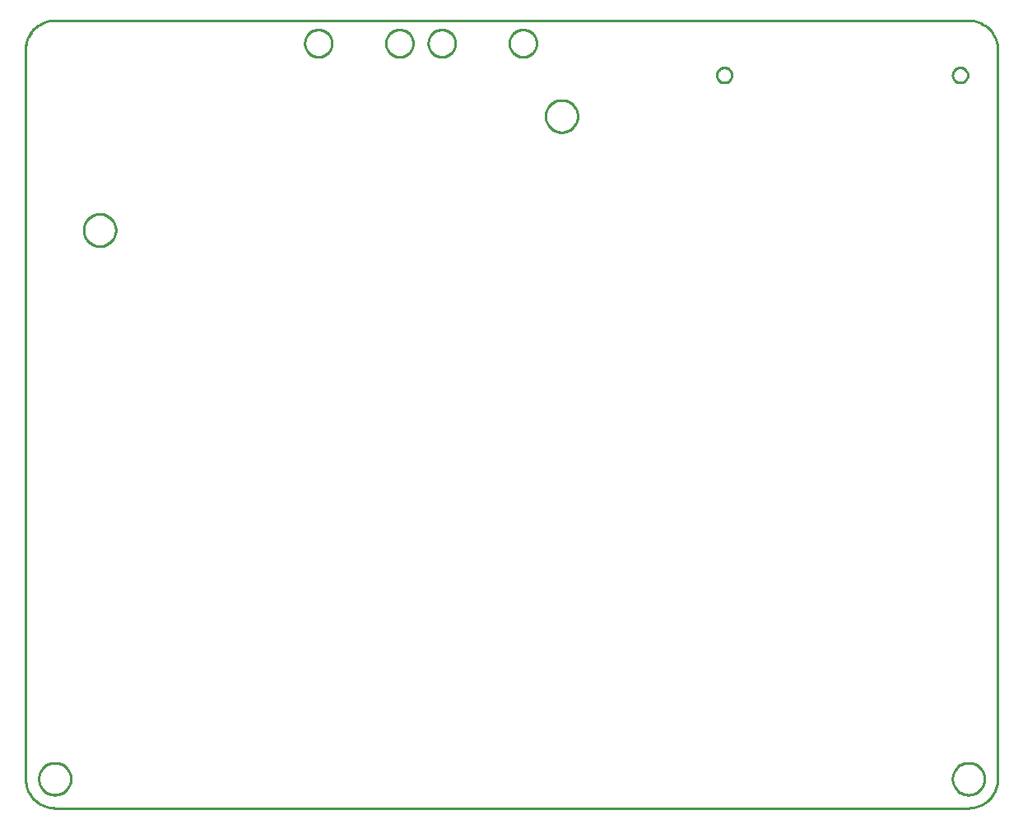
<source format=gko>
G04 EAGLE Gerber RS-274X export*
G75*
%MOMM*%
%FSLAX34Y34*%
%LPD*%
%IN*%
%IPPOS*%
%AMOC8*
5,1,8,0,0,1.08239X$1,22.5*%
G01*
%ADD10C,0.127000*%
%ADD11C,0.000000*%
%ADD12C,0.254000*%


D10*
X0Y30000D02*
X9Y29275D01*
X35Y28551D01*
X79Y27827D01*
X140Y27105D01*
X219Y26384D01*
X315Y25665D01*
X428Y24949D01*
X559Y24236D01*
X707Y23526D01*
X872Y22821D01*
X1054Y22119D01*
X1253Y21422D01*
X1468Y20729D01*
X1701Y20043D01*
X1950Y19362D01*
X2215Y18687D01*
X2496Y18019D01*
X2794Y17358D01*
X3107Y16704D01*
X3436Y16058D01*
X3781Y15420D01*
X4141Y14791D01*
X4516Y14171D01*
X4906Y13560D01*
X5310Y12958D01*
X5729Y12366D01*
X6163Y11785D01*
X6610Y11214D01*
X7071Y10655D01*
X7545Y10106D01*
X8032Y9570D01*
X8532Y9045D01*
X9045Y8532D01*
X9570Y8032D01*
X10106Y7545D01*
X10655Y7071D01*
X11214Y6610D01*
X11785Y6163D01*
X12366Y5729D01*
X12958Y5310D01*
X13560Y4906D01*
X14171Y4516D01*
X14791Y4141D01*
X15420Y3781D01*
X16058Y3436D01*
X16704Y3107D01*
X17358Y2794D01*
X18019Y2496D01*
X18687Y2215D01*
X19362Y1950D01*
X20043Y1701D01*
X20729Y1468D01*
X21422Y1253D01*
X22119Y1054D01*
X22821Y872D01*
X23526Y707D01*
X24236Y559D01*
X24949Y428D01*
X25665Y315D01*
X26384Y219D01*
X27105Y140D01*
X27827Y79D01*
X28551Y35D01*
X29275Y9D01*
X30000Y0D01*
X0Y30000D02*
X0Y780000D01*
X9Y780725D01*
X35Y781449D01*
X79Y782173D01*
X140Y782895D01*
X219Y783616D01*
X315Y784335D01*
X428Y785051D01*
X559Y785764D01*
X707Y786474D01*
X872Y787179D01*
X1054Y787881D01*
X1253Y788578D01*
X1468Y789271D01*
X1701Y789957D01*
X1950Y790638D01*
X2215Y791313D01*
X2496Y791981D01*
X2794Y792642D01*
X3107Y793296D01*
X3436Y793942D01*
X3781Y794580D01*
X4141Y795209D01*
X4516Y795829D01*
X4906Y796440D01*
X5310Y797042D01*
X5729Y797634D01*
X6163Y798215D01*
X6610Y798786D01*
X7071Y799345D01*
X7545Y799894D01*
X8032Y800430D01*
X8532Y800955D01*
X9045Y801468D01*
X9570Y801968D01*
X10106Y802455D01*
X10655Y802929D01*
X11214Y803390D01*
X11785Y803837D01*
X12366Y804271D01*
X12958Y804690D01*
X13560Y805094D01*
X14171Y805484D01*
X14791Y805859D01*
X15420Y806219D01*
X16058Y806564D01*
X16704Y806893D01*
X17358Y807206D01*
X18019Y807504D01*
X18687Y807785D01*
X19362Y808050D01*
X20043Y808299D01*
X20729Y808532D01*
X21422Y808747D01*
X22119Y808946D01*
X22821Y809128D01*
X23526Y809293D01*
X24236Y809441D01*
X24949Y809572D01*
X25665Y809685D01*
X26384Y809781D01*
X27105Y809860D01*
X27827Y809921D01*
X28551Y809965D01*
X29275Y809991D01*
X30000Y810000D01*
X970000Y810000D01*
X970725Y809991D01*
X971449Y809965D01*
X972173Y809921D01*
X972895Y809860D01*
X973616Y809781D01*
X974335Y809685D01*
X975051Y809572D01*
X975764Y809441D01*
X976474Y809293D01*
X977179Y809128D01*
X977881Y808946D01*
X978578Y808747D01*
X979271Y808532D01*
X979957Y808299D01*
X980638Y808050D01*
X981313Y807785D01*
X981981Y807504D01*
X982642Y807206D01*
X983296Y806893D01*
X983942Y806564D01*
X984580Y806219D01*
X985209Y805859D01*
X985829Y805484D01*
X986440Y805094D01*
X987042Y804690D01*
X987634Y804271D01*
X988215Y803837D01*
X988786Y803390D01*
X989345Y802929D01*
X989894Y802455D01*
X990430Y801968D01*
X990955Y801468D01*
X991468Y800955D01*
X991968Y800430D01*
X992455Y799894D01*
X992929Y799345D01*
X993390Y798786D01*
X993837Y798215D01*
X994271Y797634D01*
X994690Y797042D01*
X995094Y796440D01*
X995484Y795829D01*
X995859Y795209D01*
X996219Y794580D01*
X996564Y793942D01*
X996893Y793296D01*
X997206Y792642D01*
X997504Y791981D01*
X997785Y791313D01*
X998050Y790638D01*
X998299Y789957D01*
X998532Y789271D01*
X998747Y788578D01*
X998946Y787881D01*
X999128Y787179D01*
X999293Y786474D01*
X999441Y785764D01*
X999572Y785051D01*
X999685Y784335D01*
X999781Y783616D01*
X999860Y782895D01*
X999921Y782173D01*
X999965Y781449D01*
X999991Y780725D01*
X1000000Y780000D01*
X1000000Y30000D01*
X999991Y29275D01*
X999965Y28551D01*
X999921Y27827D01*
X999860Y27105D01*
X999781Y26384D01*
X999685Y25665D01*
X999572Y24949D01*
X999441Y24236D01*
X999293Y23526D01*
X999128Y22821D01*
X998946Y22119D01*
X998747Y21422D01*
X998532Y20729D01*
X998299Y20043D01*
X998050Y19362D01*
X997785Y18687D01*
X997504Y18019D01*
X997206Y17358D01*
X996893Y16704D01*
X996564Y16058D01*
X996219Y15420D01*
X995859Y14791D01*
X995484Y14171D01*
X995094Y13560D01*
X994690Y12958D01*
X994271Y12366D01*
X993837Y11785D01*
X993390Y11214D01*
X992929Y10655D01*
X992455Y10106D01*
X991968Y9570D01*
X991468Y9045D01*
X990955Y8532D01*
X990430Y8032D01*
X989894Y7545D01*
X989345Y7071D01*
X988786Y6610D01*
X988215Y6163D01*
X987634Y5729D01*
X987042Y5310D01*
X986440Y4906D01*
X985829Y4516D01*
X985209Y4141D01*
X984580Y3781D01*
X983942Y3436D01*
X983296Y3107D01*
X982642Y2794D01*
X981981Y2496D01*
X981313Y2215D01*
X980638Y1950D01*
X979957Y1701D01*
X979271Y1468D01*
X978578Y1253D01*
X977881Y1054D01*
X977179Y872D01*
X976474Y707D01*
X975764Y559D01*
X975051Y428D01*
X974335Y315D01*
X973616Y219D01*
X972895Y140D01*
X972173Y79D01*
X971449Y35D01*
X970725Y9D01*
X970000Y0D01*
X30000Y0D01*
D11*
X414150Y786500D02*
X414154Y786844D01*
X414167Y787187D01*
X414188Y787530D01*
X414217Y787872D01*
X414255Y788214D01*
X414302Y788554D01*
X414356Y788893D01*
X414419Y789231D01*
X414490Y789567D01*
X414570Y789902D01*
X414657Y790234D01*
X414753Y790564D01*
X414857Y790892D01*
X414968Y791216D01*
X415088Y791539D01*
X415216Y791858D01*
X415351Y792173D01*
X415494Y792486D01*
X415645Y792795D01*
X415803Y793100D01*
X415969Y793401D01*
X416142Y793697D01*
X416322Y793990D01*
X416509Y794278D01*
X416704Y794561D01*
X416905Y794840D01*
X417113Y795113D01*
X417328Y795382D01*
X417549Y795644D01*
X417777Y795902D01*
X418011Y796154D01*
X418251Y796399D01*
X418496Y796639D01*
X418748Y796873D01*
X419006Y797101D01*
X419268Y797322D01*
X419537Y797537D01*
X419810Y797745D01*
X420089Y797946D01*
X420372Y798141D01*
X420660Y798328D01*
X420953Y798508D01*
X421249Y798681D01*
X421550Y798847D01*
X421855Y799005D01*
X422164Y799156D01*
X422477Y799299D01*
X422792Y799434D01*
X423111Y799562D01*
X423434Y799682D01*
X423758Y799793D01*
X424086Y799897D01*
X424416Y799993D01*
X424748Y800080D01*
X425083Y800160D01*
X425419Y800231D01*
X425757Y800294D01*
X426096Y800348D01*
X426436Y800395D01*
X426778Y800433D01*
X427120Y800462D01*
X427463Y800483D01*
X427806Y800496D01*
X428150Y800500D01*
X428494Y800496D01*
X428837Y800483D01*
X429180Y800462D01*
X429522Y800433D01*
X429864Y800395D01*
X430204Y800348D01*
X430543Y800294D01*
X430881Y800231D01*
X431217Y800160D01*
X431552Y800080D01*
X431884Y799993D01*
X432214Y799897D01*
X432542Y799793D01*
X432866Y799682D01*
X433189Y799562D01*
X433508Y799434D01*
X433823Y799299D01*
X434136Y799156D01*
X434445Y799005D01*
X434750Y798847D01*
X435051Y798681D01*
X435347Y798508D01*
X435640Y798328D01*
X435928Y798141D01*
X436211Y797946D01*
X436490Y797745D01*
X436763Y797537D01*
X437032Y797322D01*
X437294Y797101D01*
X437552Y796873D01*
X437804Y796639D01*
X438049Y796399D01*
X438289Y796154D01*
X438523Y795902D01*
X438751Y795644D01*
X438972Y795382D01*
X439187Y795113D01*
X439395Y794840D01*
X439596Y794561D01*
X439791Y794278D01*
X439978Y793990D01*
X440158Y793697D01*
X440331Y793401D01*
X440497Y793100D01*
X440655Y792795D01*
X440806Y792486D01*
X440949Y792173D01*
X441084Y791858D01*
X441212Y791539D01*
X441332Y791216D01*
X441443Y790892D01*
X441547Y790564D01*
X441643Y790234D01*
X441730Y789902D01*
X441810Y789567D01*
X441881Y789231D01*
X441944Y788893D01*
X441998Y788554D01*
X442045Y788214D01*
X442083Y787872D01*
X442112Y787530D01*
X442133Y787187D01*
X442146Y786844D01*
X442150Y786500D01*
X442146Y786156D01*
X442133Y785813D01*
X442112Y785470D01*
X442083Y785128D01*
X442045Y784786D01*
X441998Y784446D01*
X441944Y784107D01*
X441881Y783769D01*
X441810Y783433D01*
X441730Y783098D01*
X441643Y782766D01*
X441547Y782436D01*
X441443Y782108D01*
X441332Y781784D01*
X441212Y781461D01*
X441084Y781142D01*
X440949Y780827D01*
X440806Y780514D01*
X440655Y780205D01*
X440497Y779900D01*
X440331Y779599D01*
X440158Y779303D01*
X439978Y779010D01*
X439791Y778722D01*
X439596Y778439D01*
X439395Y778160D01*
X439187Y777887D01*
X438972Y777618D01*
X438751Y777356D01*
X438523Y777098D01*
X438289Y776846D01*
X438049Y776601D01*
X437804Y776361D01*
X437552Y776127D01*
X437294Y775899D01*
X437032Y775678D01*
X436763Y775463D01*
X436490Y775255D01*
X436211Y775054D01*
X435928Y774859D01*
X435640Y774672D01*
X435347Y774492D01*
X435051Y774319D01*
X434750Y774153D01*
X434445Y773995D01*
X434136Y773844D01*
X433823Y773701D01*
X433508Y773566D01*
X433189Y773438D01*
X432866Y773318D01*
X432542Y773207D01*
X432214Y773103D01*
X431884Y773007D01*
X431552Y772920D01*
X431217Y772840D01*
X430881Y772769D01*
X430543Y772706D01*
X430204Y772652D01*
X429864Y772605D01*
X429522Y772567D01*
X429180Y772538D01*
X428837Y772517D01*
X428494Y772504D01*
X428150Y772500D01*
X427806Y772504D01*
X427463Y772517D01*
X427120Y772538D01*
X426778Y772567D01*
X426436Y772605D01*
X426096Y772652D01*
X425757Y772706D01*
X425419Y772769D01*
X425083Y772840D01*
X424748Y772920D01*
X424416Y773007D01*
X424086Y773103D01*
X423758Y773207D01*
X423434Y773318D01*
X423111Y773438D01*
X422792Y773566D01*
X422477Y773701D01*
X422164Y773844D01*
X421855Y773995D01*
X421550Y774153D01*
X421249Y774319D01*
X420953Y774492D01*
X420660Y774672D01*
X420372Y774859D01*
X420089Y775054D01*
X419810Y775255D01*
X419537Y775463D01*
X419268Y775678D01*
X419006Y775899D01*
X418748Y776127D01*
X418496Y776361D01*
X418251Y776601D01*
X418011Y776846D01*
X417777Y777098D01*
X417549Y777356D01*
X417328Y777618D01*
X417113Y777887D01*
X416905Y778160D01*
X416704Y778439D01*
X416509Y778722D01*
X416322Y779010D01*
X416142Y779303D01*
X415969Y779599D01*
X415803Y779900D01*
X415645Y780205D01*
X415494Y780514D01*
X415351Y780827D01*
X415216Y781142D01*
X415088Y781461D01*
X414968Y781784D01*
X414857Y782108D01*
X414753Y782436D01*
X414657Y782766D01*
X414570Y783098D01*
X414490Y783433D01*
X414419Y783769D01*
X414356Y784107D01*
X414302Y784446D01*
X414255Y784786D01*
X414217Y785128D01*
X414188Y785470D01*
X414167Y785813D01*
X414154Y786156D01*
X414150Y786500D01*
X497650Y786500D02*
X497654Y786844D01*
X497667Y787187D01*
X497688Y787530D01*
X497717Y787872D01*
X497755Y788214D01*
X497802Y788554D01*
X497856Y788893D01*
X497919Y789231D01*
X497990Y789567D01*
X498070Y789902D01*
X498157Y790234D01*
X498253Y790564D01*
X498357Y790892D01*
X498468Y791216D01*
X498588Y791539D01*
X498716Y791858D01*
X498851Y792173D01*
X498994Y792486D01*
X499145Y792795D01*
X499303Y793100D01*
X499469Y793401D01*
X499642Y793697D01*
X499822Y793990D01*
X500009Y794278D01*
X500204Y794561D01*
X500405Y794840D01*
X500613Y795113D01*
X500828Y795382D01*
X501049Y795644D01*
X501277Y795902D01*
X501511Y796154D01*
X501751Y796399D01*
X501996Y796639D01*
X502248Y796873D01*
X502506Y797101D01*
X502768Y797322D01*
X503037Y797537D01*
X503310Y797745D01*
X503589Y797946D01*
X503872Y798141D01*
X504160Y798328D01*
X504453Y798508D01*
X504749Y798681D01*
X505050Y798847D01*
X505355Y799005D01*
X505664Y799156D01*
X505977Y799299D01*
X506292Y799434D01*
X506611Y799562D01*
X506934Y799682D01*
X507258Y799793D01*
X507586Y799897D01*
X507916Y799993D01*
X508248Y800080D01*
X508583Y800160D01*
X508919Y800231D01*
X509257Y800294D01*
X509596Y800348D01*
X509936Y800395D01*
X510278Y800433D01*
X510620Y800462D01*
X510963Y800483D01*
X511306Y800496D01*
X511650Y800500D01*
X511994Y800496D01*
X512337Y800483D01*
X512680Y800462D01*
X513022Y800433D01*
X513364Y800395D01*
X513704Y800348D01*
X514043Y800294D01*
X514381Y800231D01*
X514717Y800160D01*
X515052Y800080D01*
X515384Y799993D01*
X515714Y799897D01*
X516042Y799793D01*
X516366Y799682D01*
X516689Y799562D01*
X517008Y799434D01*
X517323Y799299D01*
X517636Y799156D01*
X517945Y799005D01*
X518250Y798847D01*
X518551Y798681D01*
X518847Y798508D01*
X519140Y798328D01*
X519428Y798141D01*
X519711Y797946D01*
X519990Y797745D01*
X520263Y797537D01*
X520532Y797322D01*
X520794Y797101D01*
X521052Y796873D01*
X521304Y796639D01*
X521549Y796399D01*
X521789Y796154D01*
X522023Y795902D01*
X522251Y795644D01*
X522472Y795382D01*
X522687Y795113D01*
X522895Y794840D01*
X523096Y794561D01*
X523291Y794278D01*
X523478Y793990D01*
X523658Y793697D01*
X523831Y793401D01*
X523997Y793100D01*
X524155Y792795D01*
X524306Y792486D01*
X524449Y792173D01*
X524584Y791858D01*
X524712Y791539D01*
X524832Y791216D01*
X524943Y790892D01*
X525047Y790564D01*
X525143Y790234D01*
X525230Y789902D01*
X525310Y789567D01*
X525381Y789231D01*
X525444Y788893D01*
X525498Y788554D01*
X525545Y788214D01*
X525583Y787872D01*
X525612Y787530D01*
X525633Y787187D01*
X525646Y786844D01*
X525650Y786500D01*
X525646Y786156D01*
X525633Y785813D01*
X525612Y785470D01*
X525583Y785128D01*
X525545Y784786D01*
X525498Y784446D01*
X525444Y784107D01*
X525381Y783769D01*
X525310Y783433D01*
X525230Y783098D01*
X525143Y782766D01*
X525047Y782436D01*
X524943Y782108D01*
X524832Y781784D01*
X524712Y781461D01*
X524584Y781142D01*
X524449Y780827D01*
X524306Y780514D01*
X524155Y780205D01*
X523997Y779900D01*
X523831Y779599D01*
X523658Y779303D01*
X523478Y779010D01*
X523291Y778722D01*
X523096Y778439D01*
X522895Y778160D01*
X522687Y777887D01*
X522472Y777618D01*
X522251Y777356D01*
X522023Y777098D01*
X521789Y776846D01*
X521549Y776601D01*
X521304Y776361D01*
X521052Y776127D01*
X520794Y775899D01*
X520532Y775678D01*
X520263Y775463D01*
X519990Y775255D01*
X519711Y775054D01*
X519428Y774859D01*
X519140Y774672D01*
X518847Y774492D01*
X518551Y774319D01*
X518250Y774153D01*
X517945Y773995D01*
X517636Y773844D01*
X517323Y773701D01*
X517008Y773566D01*
X516689Y773438D01*
X516366Y773318D01*
X516042Y773207D01*
X515714Y773103D01*
X515384Y773007D01*
X515052Y772920D01*
X514717Y772840D01*
X514381Y772769D01*
X514043Y772706D01*
X513704Y772652D01*
X513364Y772605D01*
X513022Y772567D01*
X512680Y772538D01*
X512337Y772517D01*
X511994Y772504D01*
X511650Y772500D01*
X511306Y772504D01*
X510963Y772517D01*
X510620Y772538D01*
X510278Y772567D01*
X509936Y772605D01*
X509596Y772652D01*
X509257Y772706D01*
X508919Y772769D01*
X508583Y772840D01*
X508248Y772920D01*
X507916Y773007D01*
X507586Y773103D01*
X507258Y773207D01*
X506934Y773318D01*
X506611Y773438D01*
X506292Y773566D01*
X505977Y773701D01*
X505664Y773844D01*
X505355Y773995D01*
X505050Y774153D01*
X504749Y774319D01*
X504453Y774492D01*
X504160Y774672D01*
X503872Y774859D01*
X503589Y775054D01*
X503310Y775255D01*
X503037Y775463D01*
X502768Y775678D01*
X502506Y775899D01*
X502248Y776127D01*
X501996Y776361D01*
X501751Y776601D01*
X501511Y776846D01*
X501277Y777098D01*
X501049Y777356D01*
X500828Y777618D01*
X500613Y777887D01*
X500405Y778160D01*
X500204Y778439D01*
X500009Y778722D01*
X499822Y779010D01*
X499642Y779303D01*
X499469Y779599D01*
X499303Y779900D01*
X499145Y780205D01*
X498994Y780514D01*
X498851Y780827D01*
X498716Y781142D01*
X498588Y781461D01*
X498468Y781784D01*
X498357Y782108D01*
X498253Y782436D01*
X498157Y782766D01*
X498070Y783098D01*
X497990Y783433D01*
X497919Y783769D01*
X497856Y784107D01*
X497802Y784446D01*
X497755Y784786D01*
X497717Y785128D01*
X497688Y785470D01*
X497667Y785813D01*
X497654Y786156D01*
X497650Y786500D01*
X287150Y786500D02*
X287154Y786844D01*
X287167Y787187D01*
X287188Y787530D01*
X287217Y787872D01*
X287255Y788214D01*
X287302Y788554D01*
X287356Y788893D01*
X287419Y789231D01*
X287490Y789567D01*
X287570Y789902D01*
X287657Y790234D01*
X287753Y790564D01*
X287857Y790892D01*
X287968Y791216D01*
X288088Y791539D01*
X288216Y791858D01*
X288351Y792173D01*
X288494Y792486D01*
X288645Y792795D01*
X288803Y793100D01*
X288969Y793401D01*
X289142Y793697D01*
X289322Y793990D01*
X289509Y794278D01*
X289704Y794561D01*
X289905Y794840D01*
X290113Y795113D01*
X290328Y795382D01*
X290549Y795644D01*
X290777Y795902D01*
X291011Y796154D01*
X291251Y796399D01*
X291496Y796639D01*
X291748Y796873D01*
X292006Y797101D01*
X292268Y797322D01*
X292537Y797537D01*
X292810Y797745D01*
X293089Y797946D01*
X293372Y798141D01*
X293660Y798328D01*
X293953Y798508D01*
X294249Y798681D01*
X294550Y798847D01*
X294855Y799005D01*
X295164Y799156D01*
X295477Y799299D01*
X295792Y799434D01*
X296111Y799562D01*
X296434Y799682D01*
X296758Y799793D01*
X297086Y799897D01*
X297416Y799993D01*
X297748Y800080D01*
X298083Y800160D01*
X298419Y800231D01*
X298757Y800294D01*
X299096Y800348D01*
X299436Y800395D01*
X299778Y800433D01*
X300120Y800462D01*
X300463Y800483D01*
X300806Y800496D01*
X301150Y800500D01*
X301494Y800496D01*
X301837Y800483D01*
X302180Y800462D01*
X302522Y800433D01*
X302864Y800395D01*
X303204Y800348D01*
X303543Y800294D01*
X303881Y800231D01*
X304217Y800160D01*
X304552Y800080D01*
X304884Y799993D01*
X305214Y799897D01*
X305542Y799793D01*
X305866Y799682D01*
X306189Y799562D01*
X306508Y799434D01*
X306823Y799299D01*
X307136Y799156D01*
X307445Y799005D01*
X307750Y798847D01*
X308051Y798681D01*
X308347Y798508D01*
X308640Y798328D01*
X308928Y798141D01*
X309211Y797946D01*
X309490Y797745D01*
X309763Y797537D01*
X310032Y797322D01*
X310294Y797101D01*
X310552Y796873D01*
X310804Y796639D01*
X311049Y796399D01*
X311289Y796154D01*
X311523Y795902D01*
X311751Y795644D01*
X311972Y795382D01*
X312187Y795113D01*
X312395Y794840D01*
X312596Y794561D01*
X312791Y794278D01*
X312978Y793990D01*
X313158Y793697D01*
X313331Y793401D01*
X313497Y793100D01*
X313655Y792795D01*
X313806Y792486D01*
X313949Y792173D01*
X314084Y791858D01*
X314212Y791539D01*
X314332Y791216D01*
X314443Y790892D01*
X314547Y790564D01*
X314643Y790234D01*
X314730Y789902D01*
X314810Y789567D01*
X314881Y789231D01*
X314944Y788893D01*
X314998Y788554D01*
X315045Y788214D01*
X315083Y787872D01*
X315112Y787530D01*
X315133Y787187D01*
X315146Y786844D01*
X315150Y786500D01*
X315146Y786156D01*
X315133Y785813D01*
X315112Y785470D01*
X315083Y785128D01*
X315045Y784786D01*
X314998Y784446D01*
X314944Y784107D01*
X314881Y783769D01*
X314810Y783433D01*
X314730Y783098D01*
X314643Y782766D01*
X314547Y782436D01*
X314443Y782108D01*
X314332Y781784D01*
X314212Y781461D01*
X314084Y781142D01*
X313949Y780827D01*
X313806Y780514D01*
X313655Y780205D01*
X313497Y779900D01*
X313331Y779599D01*
X313158Y779303D01*
X312978Y779010D01*
X312791Y778722D01*
X312596Y778439D01*
X312395Y778160D01*
X312187Y777887D01*
X311972Y777618D01*
X311751Y777356D01*
X311523Y777098D01*
X311289Y776846D01*
X311049Y776601D01*
X310804Y776361D01*
X310552Y776127D01*
X310294Y775899D01*
X310032Y775678D01*
X309763Y775463D01*
X309490Y775255D01*
X309211Y775054D01*
X308928Y774859D01*
X308640Y774672D01*
X308347Y774492D01*
X308051Y774319D01*
X307750Y774153D01*
X307445Y773995D01*
X307136Y773844D01*
X306823Y773701D01*
X306508Y773566D01*
X306189Y773438D01*
X305866Y773318D01*
X305542Y773207D01*
X305214Y773103D01*
X304884Y773007D01*
X304552Y772920D01*
X304217Y772840D01*
X303881Y772769D01*
X303543Y772706D01*
X303204Y772652D01*
X302864Y772605D01*
X302522Y772567D01*
X302180Y772538D01*
X301837Y772517D01*
X301494Y772504D01*
X301150Y772500D01*
X300806Y772504D01*
X300463Y772517D01*
X300120Y772538D01*
X299778Y772567D01*
X299436Y772605D01*
X299096Y772652D01*
X298757Y772706D01*
X298419Y772769D01*
X298083Y772840D01*
X297748Y772920D01*
X297416Y773007D01*
X297086Y773103D01*
X296758Y773207D01*
X296434Y773318D01*
X296111Y773438D01*
X295792Y773566D01*
X295477Y773701D01*
X295164Y773844D01*
X294855Y773995D01*
X294550Y774153D01*
X294249Y774319D01*
X293953Y774492D01*
X293660Y774672D01*
X293372Y774859D01*
X293089Y775054D01*
X292810Y775255D01*
X292537Y775463D01*
X292268Y775678D01*
X292006Y775899D01*
X291748Y776127D01*
X291496Y776361D01*
X291251Y776601D01*
X291011Y776846D01*
X290777Y777098D01*
X290549Y777356D01*
X290328Y777618D01*
X290113Y777887D01*
X289905Y778160D01*
X289704Y778439D01*
X289509Y778722D01*
X289322Y779010D01*
X289142Y779303D01*
X288969Y779599D01*
X288803Y779900D01*
X288645Y780205D01*
X288494Y780514D01*
X288351Y780827D01*
X288216Y781142D01*
X288088Y781461D01*
X287968Y781784D01*
X287857Y782108D01*
X287753Y782436D01*
X287657Y782766D01*
X287570Y783098D01*
X287490Y783433D01*
X287419Y783769D01*
X287356Y784107D01*
X287302Y784446D01*
X287255Y784786D01*
X287217Y785128D01*
X287188Y785470D01*
X287167Y785813D01*
X287154Y786156D01*
X287150Y786500D01*
X370650Y786500D02*
X370654Y786844D01*
X370667Y787187D01*
X370688Y787530D01*
X370717Y787872D01*
X370755Y788214D01*
X370802Y788554D01*
X370856Y788893D01*
X370919Y789231D01*
X370990Y789567D01*
X371070Y789902D01*
X371157Y790234D01*
X371253Y790564D01*
X371357Y790892D01*
X371468Y791216D01*
X371588Y791539D01*
X371716Y791858D01*
X371851Y792173D01*
X371994Y792486D01*
X372145Y792795D01*
X372303Y793100D01*
X372469Y793401D01*
X372642Y793697D01*
X372822Y793990D01*
X373009Y794278D01*
X373204Y794561D01*
X373405Y794840D01*
X373613Y795113D01*
X373828Y795382D01*
X374049Y795644D01*
X374277Y795902D01*
X374511Y796154D01*
X374751Y796399D01*
X374996Y796639D01*
X375248Y796873D01*
X375506Y797101D01*
X375768Y797322D01*
X376037Y797537D01*
X376310Y797745D01*
X376589Y797946D01*
X376872Y798141D01*
X377160Y798328D01*
X377453Y798508D01*
X377749Y798681D01*
X378050Y798847D01*
X378355Y799005D01*
X378664Y799156D01*
X378977Y799299D01*
X379292Y799434D01*
X379611Y799562D01*
X379934Y799682D01*
X380258Y799793D01*
X380586Y799897D01*
X380916Y799993D01*
X381248Y800080D01*
X381583Y800160D01*
X381919Y800231D01*
X382257Y800294D01*
X382596Y800348D01*
X382936Y800395D01*
X383278Y800433D01*
X383620Y800462D01*
X383963Y800483D01*
X384306Y800496D01*
X384650Y800500D01*
X384994Y800496D01*
X385337Y800483D01*
X385680Y800462D01*
X386022Y800433D01*
X386364Y800395D01*
X386704Y800348D01*
X387043Y800294D01*
X387381Y800231D01*
X387717Y800160D01*
X388052Y800080D01*
X388384Y799993D01*
X388714Y799897D01*
X389042Y799793D01*
X389366Y799682D01*
X389689Y799562D01*
X390008Y799434D01*
X390323Y799299D01*
X390636Y799156D01*
X390945Y799005D01*
X391250Y798847D01*
X391551Y798681D01*
X391847Y798508D01*
X392140Y798328D01*
X392428Y798141D01*
X392711Y797946D01*
X392990Y797745D01*
X393263Y797537D01*
X393532Y797322D01*
X393794Y797101D01*
X394052Y796873D01*
X394304Y796639D01*
X394549Y796399D01*
X394789Y796154D01*
X395023Y795902D01*
X395251Y795644D01*
X395472Y795382D01*
X395687Y795113D01*
X395895Y794840D01*
X396096Y794561D01*
X396291Y794278D01*
X396478Y793990D01*
X396658Y793697D01*
X396831Y793401D01*
X396997Y793100D01*
X397155Y792795D01*
X397306Y792486D01*
X397449Y792173D01*
X397584Y791858D01*
X397712Y791539D01*
X397832Y791216D01*
X397943Y790892D01*
X398047Y790564D01*
X398143Y790234D01*
X398230Y789902D01*
X398310Y789567D01*
X398381Y789231D01*
X398444Y788893D01*
X398498Y788554D01*
X398545Y788214D01*
X398583Y787872D01*
X398612Y787530D01*
X398633Y787187D01*
X398646Y786844D01*
X398650Y786500D01*
X398646Y786156D01*
X398633Y785813D01*
X398612Y785470D01*
X398583Y785128D01*
X398545Y784786D01*
X398498Y784446D01*
X398444Y784107D01*
X398381Y783769D01*
X398310Y783433D01*
X398230Y783098D01*
X398143Y782766D01*
X398047Y782436D01*
X397943Y782108D01*
X397832Y781784D01*
X397712Y781461D01*
X397584Y781142D01*
X397449Y780827D01*
X397306Y780514D01*
X397155Y780205D01*
X396997Y779900D01*
X396831Y779599D01*
X396658Y779303D01*
X396478Y779010D01*
X396291Y778722D01*
X396096Y778439D01*
X395895Y778160D01*
X395687Y777887D01*
X395472Y777618D01*
X395251Y777356D01*
X395023Y777098D01*
X394789Y776846D01*
X394549Y776601D01*
X394304Y776361D01*
X394052Y776127D01*
X393794Y775899D01*
X393532Y775678D01*
X393263Y775463D01*
X392990Y775255D01*
X392711Y775054D01*
X392428Y774859D01*
X392140Y774672D01*
X391847Y774492D01*
X391551Y774319D01*
X391250Y774153D01*
X390945Y773995D01*
X390636Y773844D01*
X390323Y773701D01*
X390008Y773566D01*
X389689Y773438D01*
X389366Y773318D01*
X389042Y773207D01*
X388714Y773103D01*
X388384Y773007D01*
X388052Y772920D01*
X387717Y772840D01*
X387381Y772769D01*
X387043Y772706D01*
X386704Y772652D01*
X386364Y772605D01*
X386022Y772567D01*
X385680Y772538D01*
X385337Y772517D01*
X384994Y772504D01*
X384650Y772500D01*
X384306Y772504D01*
X383963Y772517D01*
X383620Y772538D01*
X383278Y772567D01*
X382936Y772605D01*
X382596Y772652D01*
X382257Y772706D01*
X381919Y772769D01*
X381583Y772840D01*
X381248Y772920D01*
X380916Y773007D01*
X380586Y773103D01*
X380258Y773207D01*
X379934Y773318D01*
X379611Y773438D01*
X379292Y773566D01*
X378977Y773701D01*
X378664Y773844D01*
X378355Y773995D01*
X378050Y774153D01*
X377749Y774319D01*
X377453Y774492D01*
X377160Y774672D01*
X376872Y774859D01*
X376589Y775054D01*
X376310Y775255D01*
X376037Y775463D01*
X375768Y775678D01*
X375506Y775899D01*
X375248Y776127D01*
X374996Y776361D01*
X374751Y776601D01*
X374511Y776846D01*
X374277Y777098D01*
X374049Y777356D01*
X373828Y777618D01*
X373613Y777887D01*
X373405Y778160D01*
X373204Y778439D01*
X373009Y778722D01*
X372822Y779010D01*
X372642Y779303D01*
X372469Y779599D01*
X372303Y779900D01*
X372145Y780205D01*
X371994Y780514D01*
X371851Y780827D01*
X371716Y781142D01*
X371588Y781461D01*
X371468Y781784D01*
X371357Y782108D01*
X371253Y782436D01*
X371157Y782766D01*
X371070Y783098D01*
X370990Y783433D01*
X370919Y783769D01*
X370856Y784107D01*
X370802Y784446D01*
X370755Y784786D01*
X370717Y785128D01*
X370688Y785470D01*
X370667Y785813D01*
X370654Y786156D01*
X370650Y786500D01*
X59690Y594360D02*
X59695Y594765D01*
X59710Y595170D01*
X59735Y595575D01*
X59770Y595978D01*
X59814Y596381D01*
X59869Y596783D01*
X59933Y597183D01*
X60007Y597581D01*
X60091Y597977D01*
X60185Y598372D01*
X60288Y598763D01*
X60401Y599153D01*
X60523Y599539D01*
X60655Y599922D01*
X60796Y600302D01*
X60947Y600678D01*
X61106Y601051D01*
X61275Y601419D01*
X61453Y601783D01*
X61639Y602143D01*
X61835Y602498D01*
X62039Y602848D01*
X62251Y603193D01*
X62472Y603532D01*
X62702Y603867D01*
X62939Y604195D01*
X63184Y604517D01*
X63438Y604834D01*
X63698Y605144D01*
X63967Y605447D01*
X64243Y605744D01*
X64526Y606034D01*
X64816Y606317D01*
X65113Y606593D01*
X65416Y606862D01*
X65726Y607122D01*
X66043Y607376D01*
X66365Y607621D01*
X66693Y607858D01*
X67028Y608088D01*
X67367Y608309D01*
X67712Y608521D01*
X68062Y608725D01*
X68417Y608921D01*
X68777Y609107D01*
X69141Y609285D01*
X69509Y609454D01*
X69882Y609613D01*
X70258Y609764D01*
X70638Y609905D01*
X71021Y610037D01*
X71407Y610159D01*
X71797Y610272D01*
X72188Y610375D01*
X72583Y610469D01*
X72979Y610553D01*
X73377Y610627D01*
X73777Y610691D01*
X74179Y610746D01*
X74582Y610790D01*
X74985Y610825D01*
X75390Y610850D01*
X75795Y610865D01*
X76200Y610870D01*
X76605Y610865D01*
X77010Y610850D01*
X77415Y610825D01*
X77818Y610790D01*
X78221Y610746D01*
X78623Y610691D01*
X79023Y610627D01*
X79421Y610553D01*
X79817Y610469D01*
X80212Y610375D01*
X80603Y610272D01*
X80993Y610159D01*
X81379Y610037D01*
X81762Y609905D01*
X82142Y609764D01*
X82518Y609613D01*
X82891Y609454D01*
X83259Y609285D01*
X83623Y609107D01*
X83983Y608921D01*
X84338Y608725D01*
X84688Y608521D01*
X85033Y608309D01*
X85372Y608088D01*
X85707Y607858D01*
X86035Y607621D01*
X86357Y607376D01*
X86674Y607122D01*
X86984Y606862D01*
X87287Y606593D01*
X87584Y606317D01*
X87874Y606034D01*
X88157Y605744D01*
X88433Y605447D01*
X88702Y605144D01*
X88962Y604834D01*
X89216Y604517D01*
X89461Y604195D01*
X89698Y603867D01*
X89928Y603532D01*
X90149Y603193D01*
X90361Y602848D01*
X90565Y602498D01*
X90761Y602143D01*
X90947Y601783D01*
X91125Y601419D01*
X91294Y601051D01*
X91453Y600678D01*
X91604Y600302D01*
X91745Y599922D01*
X91877Y599539D01*
X91999Y599153D01*
X92112Y598763D01*
X92215Y598372D01*
X92309Y597977D01*
X92393Y597581D01*
X92467Y597183D01*
X92531Y596783D01*
X92586Y596381D01*
X92630Y595978D01*
X92665Y595575D01*
X92690Y595170D01*
X92705Y594765D01*
X92710Y594360D01*
X92705Y593955D01*
X92690Y593550D01*
X92665Y593145D01*
X92630Y592742D01*
X92586Y592339D01*
X92531Y591937D01*
X92467Y591537D01*
X92393Y591139D01*
X92309Y590743D01*
X92215Y590348D01*
X92112Y589957D01*
X91999Y589567D01*
X91877Y589181D01*
X91745Y588798D01*
X91604Y588418D01*
X91453Y588042D01*
X91294Y587669D01*
X91125Y587301D01*
X90947Y586937D01*
X90761Y586577D01*
X90565Y586222D01*
X90361Y585872D01*
X90149Y585527D01*
X89928Y585188D01*
X89698Y584853D01*
X89461Y584525D01*
X89216Y584203D01*
X88962Y583886D01*
X88702Y583576D01*
X88433Y583273D01*
X88157Y582976D01*
X87874Y582686D01*
X87584Y582403D01*
X87287Y582127D01*
X86984Y581858D01*
X86674Y581598D01*
X86357Y581344D01*
X86035Y581099D01*
X85707Y580862D01*
X85372Y580632D01*
X85033Y580411D01*
X84688Y580199D01*
X84338Y579995D01*
X83983Y579799D01*
X83623Y579613D01*
X83259Y579435D01*
X82891Y579266D01*
X82518Y579107D01*
X82142Y578956D01*
X81762Y578815D01*
X81379Y578683D01*
X80993Y578561D01*
X80603Y578448D01*
X80212Y578345D01*
X79817Y578251D01*
X79421Y578167D01*
X79023Y578093D01*
X78623Y578029D01*
X78221Y577974D01*
X77818Y577930D01*
X77415Y577895D01*
X77010Y577870D01*
X76605Y577855D01*
X76200Y577850D01*
X75795Y577855D01*
X75390Y577870D01*
X74985Y577895D01*
X74582Y577930D01*
X74179Y577974D01*
X73777Y578029D01*
X73377Y578093D01*
X72979Y578167D01*
X72583Y578251D01*
X72188Y578345D01*
X71797Y578448D01*
X71407Y578561D01*
X71021Y578683D01*
X70638Y578815D01*
X70258Y578956D01*
X69882Y579107D01*
X69509Y579266D01*
X69141Y579435D01*
X68777Y579613D01*
X68417Y579799D01*
X68062Y579995D01*
X67712Y580199D01*
X67367Y580411D01*
X67028Y580632D01*
X66693Y580862D01*
X66365Y581099D01*
X66043Y581344D01*
X65726Y581598D01*
X65416Y581858D01*
X65113Y582127D01*
X64816Y582403D01*
X64526Y582686D01*
X64243Y582976D01*
X63967Y583273D01*
X63698Y583576D01*
X63438Y583886D01*
X63184Y584203D01*
X62939Y584525D01*
X62702Y584853D01*
X62472Y585188D01*
X62251Y585527D01*
X62039Y585872D01*
X61835Y586222D01*
X61639Y586577D01*
X61453Y586937D01*
X61275Y587301D01*
X61106Y587669D01*
X60947Y588042D01*
X60796Y588418D01*
X60655Y588798D01*
X60523Y589181D01*
X60401Y589567D01*
X60288Y589957D01*
X60185Y590348D01*
X60091Y590743D01*
X60007Y591139D01*
X59933Y591537D01*
X59869Y591937D01*
X59814Y592339D01*
X59770Y592742D01*
X59735Y593145D01*
X59710Y593550D01*
X59695Y593955D01*
X59690Y594360D01*
X13490Y30000D02*
X13495Y30405D01*
X13510Y30810D01*
X13535Y31215D01*
X13570Y31618D01*
X13614Y32021D01*
X13669Y32423D01*
X13733Y32823D01*
X13807Y33221D01*
X13891Y33617D01*
X13985Y34012D01*
X14088Y34403D01*
X14201Y34793D01*
X14323Y35179D01*
X14455Y35562D01*
X14596Y35942D01*
X14747Y36318D01*
X14906Y36691D01*
X15075Y37059D01*
X15253Y37423D01*
X15439Y37783D01*
X15635Y38138D01*
X15839Y38488D01*
X16051Y38833D01*
X16272Y39172D01*
X16502Y39507D01*
X16739Y39835D01*
X16984Y40157D01*
X17238Y40474D01*
X17498Y40784D01*
X17767Y41087D01*
X18043Y41384D01*
X18326Y41674D01*
X18616Y41957D01*
X18913Y42233D01*
X19216Y42502D01*
X19526Y42762D01*
X19843Y43016D01*
X20165Y43261D01*
X20493Y43498D01*
X20828Y43728D01*
X21167Y43949D01*
X21512Y44161D01*
X21862Y44365D01*
X22217Y44561D01*
X22577Y44747D01*
X22941Y44925D01*
X23309Y45094D01*
X23682Y45253D01*
X24058Y45404D01*
X24438Y45545D01*
X24821Y45677D01*
X25207Y45799D01*
X25597Y45912D01*
X25988Y46015D01*
X26383Y46109D01*
X26779Y46193D01*
X27177Y46267D01*
X27577Y46331D01*
X27979Y46386D01*
X28382Y46430D01*
X28785Y46465D01*
X29190Y46490D01*
X29595Y46505D01*
X30000Y46510D01*
X30405Y46505D01*
X30810Y46490D01*
X31215Y46465D01*
X31618Y46430D01*
X32021Y46386D01*
X32423Y46331D01*
X32823Y46267D01*
X33221Y46193D01*
X33617Y46109D01*
X34012Y46015D01*
X34403Y45912D01*
X34793Y45799D01*
X35179Y45677D01*
X35562Y45545D01*
X35942Y45404D01*
X36318Y45253D01*
X36691Y45094D01*
X37059Y44925D01*
X37423Y44747D01*
X37783Y44561D01*
X38138Y44365D01*
X38488Y44161D01*
X38833Y43949D01*
X39172Y43728D01*
X39507Y43498D01*
X39835Y43261D01*
X40157Y43016D01*
X40474Y42762D01*
X40784Y42502D01*
X41087Y42233D01*
X41384Y41957D01*
X41674Y41674D01*
X41957Y41384D01*
X42233Y41087D01*
X42502Y40784D01*
X42762Y40474D01*
X43016Y40157D01*
X43261Y39835D01*
X43498Y39507D01*
X43728Y39172D01*
X43949Y38833D01*
X44161Y38488D01*
X44365Y38138D01*
X44561Y37783D01*
X44747Y37423D01*
X44925Y37059D01*
X45094Y36691D01*
X45253Y36318D01*
X45404Y35942D01*
X45545Y35562D01*
X45677Y35179D01*
X45799Y34793D01*
X45912Y34403D01*
X46015Y34012D01*
X46109Y33617D01*
X46193Y33221D01*
X46267Y32823D01*
X46331Y32423D01*
X46386Y32021D01*
X46430Y31618D01*
X46465Y31215D01*
X46490Y30810D01*
X46505Y30405D01*
X46510Y30000D01*
X46505Y29595D01*
X46490Y29190D01*
X46465Y28785D01*
X46430Y28382D01*
X46386Y27979D01*
X46331Y27577D01*
X46267Y27177D01*
X46193Y26779D01*
X46109Y26383D01*
X46015Y25988D01*
X45912Y25597D01*
X45799Y25207D01*
X45677Y24821D01*
X45545Y24438D01*
X45404Y24058D01*
X45253Y23682D01*
X45094Y23309D01*
X44925Y22941D01*
X44747Y22577D01*
X44561Y22217D01*
X44365Y21862D01*
X44161Y21512D01*
X43949Y21167D01*
X43728Y20828D01*
X43498Y20493D01*
X43261Y20165D01*
X43016Y19843D01*
X42762Y19526D01*
X42502Y19216D01*
X42233Y18913D01*
X41957Y18616D01*
X41674Y18326D01*
X41384Y18043D01*
X41087Y17767D01*
X40784Y17498D01*
X40474Y17238D01*
X40157Y16984D01*
X39835Y16739D01*
X39507Y16502D01*
X39172Y16272D01*
X38833Y16051D01*
X38488Y15839D01*
X38138Y15635D01*
X37783Y15439D01*
X37423Y15253D01*
X37059Y15075D01*
X36691Y14906D01*
X36318Y14747D01*
X35942Y14596D01*
X35562Y14455D01*
X35179Y14323D01*
X34793Y14201D01*
X34403Y14088D01*
X34012Y13985D01*
X33617Y13891D01*
X33221Y13807D01*
X32823Y13733D01*
X32423Y13669D01*
X32021Y13614D01*
X31618Y13570D01*
X31215Y13535D01*
X30810Y13510D01*
X30405Y13495D01*
X30000Y13490D01*
X29595Y13495D01*
X29190Y13510D01*
X28785Y13535D01*
X28382Y13570D01*
X27979Y13614D01*
X27577Y13669D01*
X27177Y13733D01*
X26779Y13807D01*
X26383Y13891D01*
X25988Y13985D01*
X25597Y14088D01*
X25207Y14201D01*
X24821Y14323D01*
X24438Y14455D01*
X24058Y14596D01*
X23682Y14747D01*
X23309Y14906D01*
X22941Y15075D01*
X22577Y15253D01*
X22217Y15439D01*
X21862Y15635D01*
X21512Y15839D01*
X21167Y16051D01*
X20828Y16272D01*
X20493Y16502D01*
X20165Y16739D01*
X19843Y16984D01*
X19526Y17238D01*
X19216Y17498D01*
X18913Y17767D01*
X18616Y18043D01*
X18326Y18326D01*
X18043Y18616D01*
X17767Y18913D01*
X17498Y19216D01*
X17238Y19526D01*
X16984Y19843D01*
X16739Y20165D01*
X16502Y20493D01*
X16272Y20828D01*
X16051Y21167D01*
X15839Y21512D01*
X15635Y21862D01*
X15439Y22217D01*
X15253Y22577D01*
X15075Y22941D01*
X14906Y23309D01*
X14747Y23682D01*
X14596Y24058D01*
X14455Y24438D01*
X14323Y24821D01*
X14201Y25207D01*
X14088Y25597D01*
X13985Y25988D01*
X13891Y26383D01*
X13807Y26779D01*
X13733Y27177D01*
X13669Y27577D01*
X13614Y27979D01*
X13570Y28382D01*
X13535Y28785D01*
X13510Y29190D01*
X13495Y29595D01*
X13490Y30000D01*
X953490Y30000D02*
X953495Y30405D01*
X953510Y30810D01*
X953535Y31215D01*
X953570Y31618D01*
X953614Y32021D01*
X953669Y32423D01*
X953733Y32823D01*
X953807Y33221D01*
X953891Y33617D01*
X953985Y34012D01*
X954088Y34403D01*
X954201Y34793D01*
X954323Y35179D01*
X954455Y35562D01*
X954596Y35942D01*
X954747Y36318D01*
X954906Y36691D01*
X955075Y37059D01*
X955253Y37423D01*
X955439Y37783D01*
X955635Y38138D01*
X955839Y38488D01*
X956051Y38833D01*
X956272Y39172D01*
X956502Y39507D01*
X956739Y39835D01*
X956984Y40157D01*
X957238Y40474D01*
X957498Y40784D01*
X957767Y41087D01*
X958043Y41384D01*
X958326Y41674D01*
X958616Y41957D01*
X958913Y42233D01*
X959216Y42502D01*
X959526Y42762D01*
X959843Y43016D01*
X960165Y43261D01*
X960493Y43498D01*
X960828Y43728D01*
X961167Y43949D01*
X961512Y44161D01*
X961862Y44365D01*
X962217Y44561D01*
X962577Y44747D01*
X962941Y44925D01*
X963309Y45094D01*
X963682Y45253D01*
X964058Y45404D01*
X964438Y45545D01*
X964821Y45677D01*
X965207Y45799D01*
X965597Y45912D01*
X965988Y46015D01*
X966383Y46109D01*
X966779Y46193D01*
X967177Y46267D01*
X967577Y46331D01*
X967979Y46386D01*
X968382Y46430D01*
X968785Y46465D01*
X969190Y46490D01*
X969595Y46505D01*
X970000Y46510D01*
X970405Y46505D01*
X970810Y46490D01*
X971215Y46465D01*
X971618Y46430D01*
X972021Y46386D01*
X972423Y46331D01*
X972823Y46267D01*
X973221Y46193D01*
X973617Y46109D01*
X974012Y46015D01*
X974403Y45912D01*
X974793Y45799D01*
X975179Y45677D01*
X975562Y45545D01*
X975942Y45404D01*
X976318Y45253D01*
X976691Y45094D01*
X977059Y44925D01*
X977423Y44747D01*
X977783Y44561D01*
X978138Y44365D01*
X978488Y44161D01*
X978833Y43949D01*
X979172Y43728D01*
X979507Y43498D01*
X979835Y43261D01*
X980157Y43016D01*
X980474Y42762D01*
X980784Y42502D01*
X981087Y42233D01*
X981384Y41957D01*
X981674Y41674D01*
X981957Y41384D01*
X982233Y41087D01*
X982502Y40784D01*
X982762Y40474D01*
X983016Y40157D01*
X983261Y39835D01*
X983498Y39507D01*
X983728Y39172D01*
X983949Y38833D01*
X984161Y38488D01*
X984365Y38138D01*
X984561Y37783D01*
X984747Y37423D01*
X984925Y37059D01*
X985094Y36691D01*
X985253Y36318D01*
X985404Y35942D01*
X985545Y35562D01*
X985677Y35179D01*
X985799Y34793D01*
X985912Y34403D01*
X986015Y34012D01*
X986109Y33617D01*
X986193Y33221D01*
X986267Y32823D01*
X986331Y32423D01*
X986386Y32021D01*
X986430Y31618D01*
X986465Y31215D01*
X986490Y30810D01*
X986505Y30405D01*
X986510Y30000D01*
X986505Y29595D01*
X986490Y29190D01*
X986465Y28785D01*
X986430Y28382D01*
X986386Y27979D01*
X986331Y27577D01*
X986267Y27177D01*
X986193Y26779D01*
X986109Y26383D01*
X986015Y25988D01*
X985912Y25597D01*
X985799Y25207D01*
X985677Y24821D01*
X985545Y24438D01*
X985404Y24058D01*
X985253Y23682D01*
X985094Y23309D01*
X984925Y22941D01*
X984747Y22577D01*
X984561Y22217D01*
X984365Y21862D01*
X984161Y21512D01*
X983949Y21167D01*
X983728Y20828D01*
X983498Y20493D01*
X983261Y20165D01*
X983016Y19843D01*
X982762Y19526D01*
X982502Y19216D01*
X982233Y18913D01*
X981957Y18616D01*
X981674Y18326D01*
X981384Y18043D01*
X981087Y17767D01*
X980784Y17498D01*
X980474Y17238D01*
X980157Y16984D01*
X979835Y16739D01*
X979507Y16502D01*
X979172Y16272D01*
X978833Y16051D01*
X978488Y15839D01*
X978138Y15635D01*
X977783Y15439D01*
X977423Y15253D01*
X977059Y15075D01*
X976691Y14906D01*
X976318Y14747D01*
X975942Y14596D01*
X975562Y14455D01*
X975179Y14323D01*
X974793Y14201D01*
X974403Y14088D01*
X974012Y13985D01*
X973617Y13891D01*
X973221Y13807D01*
X972823Y13733D01*
X972423Y13669D01*
X972021Y13614D01*
X971618Y13570D01*
X971215Y13535D01*
X970810Y13510D01*
X970405Y13495D01*
X970000Y13490D01*
X969595Y13495D01*
X969190Y13510D01*
X968785Y13535D01*
X968382Y13570D01*
X967979Y13614D01*
X967577Y13669D01*
X967177Y13733D01*
X966779Y13807D01*
X966383Y13891D01*
X965988Y13985D01*
X965597Y14088D01*
X965207Y14201D01*
X964821Y14323D01*
X964438Y14455D01*
X964058Y14596D01*
X963682Y14747D01*
X963309Y14906D01*
X962941Y15075D01*
X962577Y15253D01*
X962217Y15439D01*
X961862Y15635D01*
X961512Y15839D01*
X961167Y16051D01*
X960828Y16272D01*
X960493Y16502D01*
X960165Y16739D01*
X959843Y16984D01*
X959526Y17238D01*
X959216Y17498D01*
X958913Y17767D01*
X958616Y18043D01*
X958326Y18326D01*
X958043Y18616D01*
X957767Y18913D01*
X957498Y19216D01*
X957238Y19526D01*
X956984Y19843D01*
X956739Y20165D01*
X956502Y20493D01*
X956272Y20828D01*
X956051Y21167D01*
X955839Y21512D01*
X955635Y21862D01*
X955439Y22217D01*
X955253Y22577D01*
X955075Y22941D01*
X954906Y23309D01*
X954747Y23682D01*
X954596Y24058D01*
X954455Y24438D01*
X954323Y24821D01*
X954201Y25207D01*
X954088Y25597D01*
X953985Y25988D01*
X953891Y26383D01*
X953807Y26779D01*
X953733Y27177D01*
X953669Y27577D01*
X953614Y27979D01*
X953570Y28382D01*
X953535Y28785D01*
X953510Y29190D01*
X953495Y29595D01*
X953490Y30000D01*
X534850Y711540D02*
X534855Y711945D01*
X534870Y712350D01*
X534895Y712755D01*
X534930Y713158D01*
X534974Y713561D01*
X535029Y713963D01*
X535093Y714363D01*
X535167Y714761D01*
X535251Y715157D01*
X535345Y715552D01*
X535448Y715943D01*
X535561Y716333D01*
X535683Y716719D01*
X535815Y717102D01*
X535956Y717482D01*
X536107Y717858D01*
X536266Y718231D01*
X536435Y718599D01*
X536613Y718963D01*
X536799Y719323D01*
X536995Y719678D01*
X537199Y720028D01*
X537411Y720373D01*
X537632Y720712D01*
X537862Y721047D01*
X538099Y721375D01*
X538344Y721697D01*
X538598Y722014D01*
X538858Y722324D01*
X539127Y722627D01*
X539403Y722924D01*
X539686Y723214D01*
X539976Y723497D01*
X540273Y723773D01*
X540576Y724042D01*
X540886Y724302D01*
X541203Y724556D01*
X541525Y724801D01*
X541853Y725038D01*
X542188Y725268D01*
X542527Y725489D01*
X542872Y725701D01*
X543222Y725905D01*
X543577Y726101D01*
X543937Y726287D01*
X544301Y726465D01*
X544669Y726634D01*
X545042Y726793D01*
X545418Y726944D01*
X545798Y727085D01*
X546181Y727217D01*
X546567Y727339D01*
X546957Y727452D01*
X547348Y727555D01*
X547743Y727649D01*
X548139Y727733D01*
X548537Y727807D01*
X548937Y727871D01*
X549339Y727926D01*
X549742Y727970D01*
X550145Y728005D01*
X550550Y728030D01*
X550955Y728045D01*
X551360Y728050D01*
X551765Y728045D01*
X552170Y728030D01*
X552575Y728005D01*
X552978Y727970D01*
X553381Y727926D01*
X553783Y727871D01*
X554183Y727807D01*
X554581Y727733D01*
X554977Y727649D01*
X555372Y727555D01*
X555763Y727452D01*
X556153Y727339D01*
X556539Y727217D01*
X556922Y727085D01*
X557302Y726944D01*
X557678Y726793D01*
X558051Y726634D01*
X558419Y726465D01*
X558783Y726287D01*
X559143Y726101D01*
X559498Y725905D01*
X559848Y725701D01*
X560193Y725489D01*
X560532Y725268D01*
X560867Y725038D01*
X561195Y724801D01*
X561517Y724556D01*
X561834Y724302D01*
X562144Y724042D01*
X562447Y723773D01*
X562744Y723497D01*
X563034Y723214D01*
X563317Y722924D01*
X563593Y722627D01*
X563862Y722324D01*
X564122Y722014D01*
X564376Y721697D01*
X564621Y721375D01*
X564858Y721047D01*
X565088Y720712D01*
X565309Y720373D01*
X565521Y720028D01*
X565725Y719678D01*
X565921Y719323D01*
X566107Y718963D01*
X566285Y718599D01*
X566454Y718231D01*
X566613Y717858D01*
X566764Y717482D01*
X566905Y717102D01*
X567037Y716719D01*
X567159Y716333D01*
X567272Y715943D01*
X567375Y715552D01*
X567469Y715157D01*
X567553Y714761D01*
X567627Y714363D01*
X567691Y713963D01*
X567746Y713561D01*
X567790Y713158D01*
X567825Y712755D01*
X567850Y712350D01*
X567865Y711945D01*
X567870Y711540D01*
X567865Y711135D01*
X567850Y710730D01*
X567825Y710325D01*
X567790Y709922D01*
X567746Y709519D01*
X567691Y709117D01*
X567627Y708717D01*
X567553Y708319D01*
X567469Y707923D01*
X567375Y707528D01*
X567272Y707137D01*
X567159Y706747D01*
X567037Y706361D01*
X566905Y705978D01*
X566764Y705598D01*
X566613Y705222D01*
X566454Y704849D01*
X566285Y704481D01*
X566107Y704117D01*
X565921Y703757D01*
X565725Y703402D01*
X565521Y703052D01*
X565309Y702707D01*
X565088Y702368D01*
X564858Y702033D01*
X564621Y701705D01*
X564376Y701383D01*
X564122Y701066D01*
X563862Y700756D01*
X563593Y700453D01*
X563317Y700156D01*
X563034Y699866D01*
X562744Y699583D01*
X562447Y699307D01*
X562144Y699038D01*
X561834Y698778D01*
X561517Y698524D01*
X561195Y698279D01*
X560867Y698042D01*
X560532Y697812D01*
X560193Y697591D01*
X559848Y697379D01*
X559498Y697175D01*
X559143Y696979D01*
X558783Y696793D01*
X558419Y696615D01*
X558051Y696446D01*
X557678Y696287D01*
X557302Y696136D01*
X556922Y695995D01*
X556539Y695863D01*
X556153Y695741D01*
X555763Y695628D01*
X555372Y695525D01*
X554977Y695431D01*
X554581Y695347D01*
X554183Y695273D01*
X553783Y695209D01*
X553381Y695154D01*
X552978Y695110D01*
X552575Y695075D01*
X552170Y695050D01*
X551765Y695035D01*
X551360Y695030D01*
X550955Y695035D01*
X550550Y695050D01*
X550145Y695075D01*
X549742Y695110D01*
X549339Y695154D01*
X548937Y695209D01*
X548537Y695273D01*
X548139Y695347D01*
X547743Y695431D01*
X547348Y695525D01*
X546957Y695628D01*
X546567Y695741D01*
X546181Y695863D01*
X545798Y695995D01*
X545418Y696136D01*
X545042Y696287D01*
X544669Y696446D01*
X544301Y696615D01*
X543937Y696793D01*
X543577Y696979D01*
X543222Y697175D01*
X542872Y697379D01*
X542527Y697591D01*
X542188Y697812D01*
X541853Y698042D01*
X541525Y698279D01*
X541203Y698524D01*
X540886Y698778D01*
X540576Y699038D01*
X540273Y699307D01*
X539976Y699583D01*
X539686Y699866D01*
X539403Y700156D01*
X539127Y700453D01*
X538858Y700756D01*
X538598Y701066D01*
X538344Y701383D01*
X538099Y701705D01*
X537862Y702033D01*
X537632Y702368D01*
X537411Y702707D01*
X537199Y703052D01*
X536995Y703402D01*
X536799Y703757D01*
X536613Y704117D01*
X536435Y704481D01*
X536266Y704849D01*
X536107Y705222D01*
X535956Y705598D01*
X535815Y705978D01*
X535683Y706361D01*
X535561Y706747D01*
X535448Y707137D01*
X535345Y707528D01*
X535251Y707923D01*
X535167Y708319D01*
X535093Y708717D01*
X535029Y709117D01*
X534974Y709519D01*
X534930Y709922D01*
X534895Y710325D01*
X534870Y710730D01*
X534855Y711135D01*
X534850Y711540D01*
X711050Y753700D02*
X711052Y753890D01*
X711059Y754080D01*
X711071Y754270D01*
X711087Y754460D01*
X711108Y754649D01*
X711134Y754837D01*
X711164Y755025D01*
X711199Y755212D01*
X711238Y755398D01*
X711282Y755583D01*
X711331Y755767D01*
X711384Y755950D01*
X711441Y756131D01*
X711503Y756311D01*
X711569Y756489D01*
X711640Y756666D01*
X711715Y756841D01*
X711794Y757014D01*
X711878Y757184D01*
X711965Y757353D01*
X712057Y757520D01*
X712153Y757684D01*
X712252Y757846D01*
X712356Y758006D01*
X712464Y758163D01*
X712575Y758317D01*
X712690Y758468D01*
X712809Y758617D01*
X712932Y758762D01*
X713058Y758905D01*
X713187Y759044D01*
X713320Y759180D01*
X713456Y759313D01*
X713595Y759442D01*
X713738Y759568D01*
X713883Y759691D01*
X714032Y759810D01*
X714183Y759925D01*
X714337Y760036D01*
X714494Y760144D01*
X714654Y760248D01*
X714816Y760347D01*
X714980Y760443D01*
X715147Y760535D01*
X715316Y760622D01*
X715486Y760706D01*
X715659Y760785D01*
X715834Y760860D01*
X716011Y760931D01*
X716189Y760997D01*
X716369Y761059D01*
X716550Y761116D01*
X716733Y761169D01*
X716917Y761218D01*
X717102Y761262D01*
X717288Y761301D01*
X717475Y761336D01*
X717663Y761366D01*
X717851Y761392D01*
X718040Y761413D01*
X718230Y761429D01*
X718420Y761441D01*
X718610Y761448D01*
X718800Y761450D01*
X718990Y761448D01*
X719180Y761441D01*
X719370Y761429D01*
X719560Y761413D01*
X719749Y761392D01*
X719937Y761366D01*
X720125Y761336D01*
X720312Y761301D01*
X720498Y761262D01*
X720683Y761218D01*
X720867Y761169D01*
X721050Y761116D01*
X721231Y761059D01*
X721411Y760997D01*
X721589Y760931D01*
X721766Y760860D01*
X721941Y760785D01*
X722114Y760706D01*
X722284Y760622D01*
X722453Y760535D01*
X722620Y760443D01*
X722784Y760347D01*
X722946Y760248D01*
X723106Y760144D01*
X723263Y760036D01*
X723417Y759925D01*
X723568Y759810D01*
X723717Y759691D01*
X723862Y759568D01*
X724005Y759442D01*
X724144Y759313D01*
X724280Y759180D01*
X724413Y759044D01*
X724542Y758905D01*
X724668Y758762D01*
X724791Y758617D01*
X724910Y758468D01*
X725025Y758317D01*
X725136Y758163D01*
X725244Y758006D01*
X725348Y757846D01*
X725447Y757684D01*
X725543Y757520D01*
X725635Y757353D01*
X725722Y757184D01*
X725806Y757014D01*
X725885Y756841D01*
X725960Y756666D01*
X726031Y756489D01*
X726097Y756311D01*
X726159Y756131D01*
X726216Y755950D01*
X726269Y755767D01*
X726318Y755583D01*
X726362Y755398D01*
X726401Y755212D01*
X726436Y755025D01*
X726466Y754837D01*
X726492Y754649D01*
X726513Y754460D01*
X726529Y754270D01*
X726541Y754080D01*
X726548Y753890D01*
X726550Y753700D01*
X726548Y753510D01*
X726541Y753320D01*
X726529Y753130D01*
X726513Y752940D01*
X726492Y752751D01*
X726466Y752563D01*
X726436Y752375D01*
X726401Y752188D01*
X726362Y752002D01*
X726318Y751817D01*
X726269Y751633D01*
X726216Y751450D01*
X726159Y751269D01*
X726097Y751089D01*
X726031Y750911D01*
X725960Y750734D01*
X725885Y750559D01*
X725806Y750386D01*
X725722Y750216D01*
X725635Y750047D01*
X725543Y749880D01*
X725447Y749716D01*
X725348Y749554D01*
X725244Y749394D01*
X725136Y749237D01*
X725025Y749083D01*
X724910Y748932D01*
X724791Y748783D01*
X724668Y748638D01*
X724542Y748495D01*
X724413Y748356D01*
X724280Y748220D01*
X724144Y748087D01*
X724005Y747958D01*
X723862Y747832D01*
X723717Y747709D01*
X723568Y747590D01*
X723417Y747475D01*
X723263Y747364D01*
X723106Y747256D01*
X722946Y747152D01*
X722784Y747053D01*
X722620Y746957D01*
X722453Y746865D01*
X722284Y746778D01*
X722114Y746694D01*
X721941Y746615D01*
X721766Y746540D01*
X721589Y746469D01*
X721411Y746403D01*
X721231Y746341D01*
X721050Y746284D01*
X720867Y746231D01*
X720683Y746182D01*
X720498Y746138D01*
X720312Y746099D01*
X720125Y746064D01*
X719937Y746034D01*
X719749Y746008D01*
X719560Y745987D01*
X719370Y745971D01*
X719180Y745959D01*
X718990Y745952D01*
X718800Y745950D01*
X718610Y745952D01*
X718420Y745959D01*
X718230Y745971D01*
X718040Y745987D01*
X717851Y746008D01*
X717663Y746034D01*
X717475Y746064D01*
X717288Y746099D01*
X717102Y746138D01*
X716917Y746182D01*
X716733Y746231D01*
X716550Y746284D01*
X716369Y746341D01*
X716189Y746403D01*
X716011Y746469D01*
X715834Y746540D01*
X715659Y746615D01*
X715486Y746694D01*
X715316Y746778D01*
X715147Y746865D01*
X714980Y746957D01*
X714816Y747053D01*
X714654Y747152D01*
X714494Y747256D01*
X714337Y747364D01*
X714183Y747475D01*
X714032Y747590D01*
X713883Y747709D01*
X713738Y747832D01*
X713595Y747958D01*
X713456Y748087D01*
X713320Y748220D01*
X713187Y748356D01*
X713058Y748495D01*
X712932Y748638D01*
X712809Y748783D01*
X712690Y748932D01*
X712575Y749083D01*
X712464Y749237D01*
X712356Y749394D01*
X712252Y749554D01*
X712153Y749716D01*
X712057Y749880D01*
X711965Y750047D01*
X711878Y750216D01*
X711794Y750386D01*
X711715Y750559D01*
X711640Y750734D01*
X711569Y750911D01*
X711503Y751089D01*
X711441Y751269D01*
X711384Y751450D01*
X711331Y751633D01*
X711282Y751817D01*
X711238Y752002D01*
X711199Y752188D01*
X711164Y752375D01*
X711134Y752563D01*
X711108Y752751D01*
X711087Y752940D01*
X711071Y753130D01*
X711059Y753320D01*
X711052Y753510D01*
X711050Y753700D01*
X953650Y753700D02*
X953652Y753890D01*
X953659Y754080D01*
X953671Y754270D01*
X953687Y754460D01*
X953708Y754649D01*
X953734Y754837D01*
X953764Y755025D01*
X953799Y755212D01*
X953838Y755398D01*
X953882Y755583D01*
X953931Y755767D01*
X953984Y755950D01*
X954041Y756131D01*
X954103Y756311D01*
X954169Y756489D01*
X954240Y756666D01*
X954315Y756841D01*
X954394Y757014D01*
X954478Y757184D01*
X954565Y757353D01*
X954657Y757520D01*
X954753Y757684D01*
X954852Y757846D01*
X954956Y758006D01*
X955064Y758163D01*
X955175Y758317D01*
X955290Y758468D01*
X955409Y758617D01*
X955532Y758762D01*
X955658Y758905D01*
X955787Y759044D01*
X955920Y759180D01*
X956056Y759313D01*
X956195Y759442D01*
X956338Y759568D01*
X956483Y759691D01*
X956632Y759810D01*
X956783Y759925D01*
X956937Y760036D01*
X957094Y760144D01*
X957254Y760248D01*
X957416Y760347D01*
X957580Y760443D01*
X957747Y760535D01*
X957916Y760622D01*
X958086Y760706D01*
X958259Y760785D01*
X958434Y760860D01*
X958611Y760931D01*
X958789Y760997D01*
X958969Y761059D01*
X959150Y761116D01*
X959333Y761169D01*
X959517Y761218D01*
X959702Y761262D01*
X959888Y761301D01*
X960075Y761336D01*
X960263Y761366D01*
X960451Y761392D01*
X960640Y761413D01*
X960830Y761429D01*
X961020Y761441D01*
X961210Y761448D01*
X961400Y761450D01*
X961590Y761448D01*
X961780Y761441D01*
X961970Y761429D01*
X962160Y761413D01*
X962349Y761392D01*
X962537Y761366D01*
X962725Y761336D01*
X962912Y761301D01*
X963098Y761262D01*
X963283Y761218D01*
X963467Y761169D01*
X963650Y761116D01*
X963831Y761059D01*
X964011Y760997D01*
X964189Y760931D01*
X964366Y760860D01*
X964541Y760785D01*
X964714Y760706D01*
X964884Y760622D01*
X965053Y760535D01*
X965220Y760443D01*
X965384Y760347D01*
X965546Y760248D01*
X965706Y760144D01*
X965863Y760036D01*
X966017Y759925D01*
X966168Y759810D01*
X966317Y759691D01*
X966462Y759568D01*
X966605Y759442D01*
X966744Y759313D01*
X966880Y759180D01*
X967013Y759044D01*
X967142Y758905D01*
X967268Y758762D01*
X967391Y758617D01*
X967510Y758468D01*
X967625Y758317D01*
X967736Y758163D01*
X967844Y758006D01*
X967948Y757846D01*
X968047Y757684D01*
X968143Y757520D01*
X968235Y757353D01*
X968322Y757184D01*
X968406Y757014D01*
X968485Y756841D01*
X968560Y756666D01*
X968631Y756489D01*
X968697Y756311D01*
X968759Y756131D01*
X968816Y755950D01*
X968869Y755767D01*
X968918Y755583D01*
X968962Y755398D01*
X969001Y755212D01*
X969036Y755025D01*
X969066Y754837D01*
X969092Y754649D01*
X969113Y754460D01*
X969129Y754270D01*
X969141Y754080D01*
X969148Y753890D01*
X969150Y753700D01*
X969148Y753510D01*
X969141Y753320D01*
X969129Y753130D01*
X969113Y752940D01*
X969092Y752751D01*
X969066Y752563D01*
X969036Y752375D01*
X969001Y752188D01*
X968962Y752002D01*
X968918Y751817D01*
X968869Y751633D01*
X968816Y751450D01*
X968759Y751269D01*
X968697Y751089D01*
X968631Y750911D01*
X968560Y750734D01*
X968485Y750559D01*
X968406Y750386D01*
X968322Y750216D01*
X968235Y750047D01*
X968143Y749880D01*
X968047Y749716D01*
X967948Y749554D01*
X967844Y749394D01*
X967736Y749237D01*
X967625Y749083D01*
X967510Y748932D01*
X967391Y748783D01*
X967268Y748638D01*
X967142Y748495D01*
X967013Y748356D01*
X966880Y748220D01*
X966744Y748087D01*
X966605Y747958D01*
X966462Y747832D01*
X966317Y747709D01*
X966168Y747590D01*
X966017Y747475D01*
X965863Y747364D01*
X965706Y747256D01*
X965546Y747152D01*
X965384Y747053D01*
X965220Y746957D01*
X965053Y746865D01*
X964884Y746778D01*
X964714Y746694D01*
X964541Y746615D01*
X964366Y746540D01*
X964189Y746469D01*
X964011Y746403D01*
X963831Y746341D01*
X963650Y746284D01*
X963467Y746231D01*
X963283Y746182D01*
X963098Y746138D01*
X962912Y746099D01*
X962725Y746064D01*
X962537Y746034D01*
X962349Y746008D01*
X962160Y745987D01*
X961970Y745971D01*
X961780Y745959D01*
X961590Y745952D01*
X961400Y745950D01*
X961210Y745952D01*
X961020Y745959D01*
X960830Y745971D01*
X960640Y745987D01*
X960451Y746008D01*
X960263Y746034D01*
X960075Y746064D01*
X959888Y746099D01*
X959702Y746138D01*
X959517Y746182D01*
X959333Y746231D01*
X959150Y746284D01*
X958969Y746341D01*
X958789Y746403D01*
X958611Y746469D01*
X958434Y746540D01*
X958259Y746615D01*
X958086Y746694D01*
X957916Y746778D01*
X957747Y746865D01*
X957580Y746957D01*
X957416Y747053D01*
X957254Y747152D01*
X957094Y747256D01*
X956937Y747364D01*
X956783Y747475D01*
X956632Y747590D01*
X956483Y747709D01*
X956338Y747832D01*
X956195Y747958D01*
X956056Y748087D01*
X955920Y748220D01*
X955787Y748356D01*
X955658Y748495D01*
X955532Y748638D01*
X955409Y748783D01*
X955290Y748932D01*
X955175Y749083D01*
X955064Y749237D01*
X954956Y749394D01*
X954852Y749554D01*
X954753Y749716D01*
X954657Y749880D01*
X954565Y750047D01*
X954478Y750216D01*
X954394Y750386D01*
X954315Y750559D01*
X954240Y750734D01*
X954169Y750911D01*
X954103Y751089D01*
X954041Y751269D01*
X953984Y751450D01*
X953931Y751633D01*
X953882Y751817D01*
X953838Y752002D01*
X953799Y752188D01*
X953764Y752375D01*
X953734Y752563D01*
X953708Y752751D01*
X953687Y752940D01*
X953671Y753130D01*
X953659Y753320D01*
X953652Y753510D01*
X953650Y753700D01*
D12*
X0Y30000D02*
X114Y27385D01*
X456Y24791D01*
X1022Y22235D01*
X1809Y19739D01*
X2811Y17321D01*
X4019Y15000D01*
X5425Y12793D01*
X7019Y10716D01*
X8787Y8787D01*
X10716Y7019D01*
X12793Y5425D01*
X15000Y4019D01*
X17321Y2811D01*
X19739Y1809D01*
X22235Y1022D01*
X24791Y456D01*
X27385Y114D01*
X30000Y0D01*
X970000Y0D01*
X972615Y114D01*
X975209Y456D01*
X977765Y1022D01*
X980261Y1809D01*
X982679Y2811D01*
X985000Y4019D01*
X987207Y5425D01*
X989284Y7019D01*
X991213Y8787D01*
X992981Y10716D01*
X994575Y12793D01*
X995981Y15000D01*
X997189Y17321D01*
X998191Y19739D01*
X998978Y22235D01*
X999544Y24791D01*
X999886Y27385D01*
X1000000Y30000D01*
X1000000Y780000D01*
X999886Y782615D01*
X999544Y785209D01*
X998978Y787765D01*
X998191Y790261D01*
X997189Y792679D01*
X995981Y795000D01*
X994575Y797207D01*
X992981Y799284D01*
X991213Y801213D01*
X989284Y802981D01*
X987207Y804575D01*
X985000Y805981D01*
X982679Y807189D01*
X980261Y808191D01*
X977765Y808978D01*
X975209Y809544D01*
X972615Y809886D01*
X970000Y810000D01*
X30000Y810000D01*
X27385Y809886D01*
X24791Y809544D01*
X22235Y808978D01*
X19739Y808191D01*
X17321Y807189D01*
X15000Y805981D01*
X12793Y804575D01*
X10716Y802981D01*
X8787Y801213D01*
X7019Y799284D01*
X5425Y797207D01*
X4019Y795000D01*
X2811Y792679D01*
X1809Y790261D01*
X1022Y787765D01*
X456Y785209D01*
X114Y782615D01*
X0Y780000D01*
X0Y30000D01*
X442150Y786000D02*
X442079Y785003D01*
X441936Y784013D01*
X441724Y783036D01*
X441442Y782076D01*
X441093Y781139D01*
X440677Y780229D01*
X440198Y779352D01*
X439657Y778510D01*
X439058Y777710D01*
X438403Y776954D01*
X437696Y776247D01*
X436940Y775592D01*
X436140Y774993D01*
X435298Y774452D01*
X434421Y773973D01*
X433511Y773557D01*
X432574Y773208D01*
X431615Y772926D01*
X430637Y772714D01*
X429648Y772571D01*
X428650Y772500D01*
X427650Y772500D01*
X426653Y772571D01*
X425663Y772714D01*
X424686Y772926D01*
X423726Y773208D01*
X422789Y773557D01*
X421879Y773973D01*
X421002Y774452D01*
X420160Y774993D01*
X419360Y775592D01*
X418604Y776247D01*
X417897Y776954D01*
X417242Y777710D01*
X416643Y778510D01*
X416102Y779352D01*
X415623Y780229D01*
X415207Y781139D01*
X414858Y782076D01*
X414576Y783036D01*
X414364Y784013D01*
X414221Y785003D01*
X414150Y786000D01*
X414150Y787000D01*
X414221Y787998D01*
X414364Y788987D01*
X414576Y789965D01*
X414858Y790924D01*
X415207Y791861D01*
X415623Y792771D01*
X416102Y793648D01*
X416643Y794490D01*
X417242Y795290D01*
X417897Y796046D01*
X418604Y796753D01*
X419360Y797408D01*
X420160Y798007D01*
X421002Y798548D01*
X421879Y799027D01*
X422789Y799443D01*
X423726Y799792D01*
X424686Y800074D01*
X425663Y800286D01*
X426653Y800429D01*
X427650Y800500D01*
X428650Y800500D01*
X429648Y800429D01*
X430637Y800286D01*
X431615Y800074D01*
X432574Y799792D01*
X433511Y799443D01*
X434421Y799027D01*
X435298Y798548D01*
X436140Y798007D01*
X436940Y797408D01*
X437696Y796753D01*
X438403Y796046D01*
X439058Y795290D01*
X439657Y794490D01*
X440198Y793648D01*
X440677Y792771D01*
X441093Y791861D01*
X441442Y790924D01*
X441724Y789965D01*
X441936Y788987D01*
X442079Y787998D01*
X442150Y787000D01*
X442150Y786000D01*
X525650Y786000D02*
X525579Y785003D01*
X525436Y784013D01*
X525224Y783036D01*
X524942Y782076D01*
X524593Y781139D01*
X524177Y780229D01*
X523698Y779352D01*
X523157Y778510D01*
X522558Y777710D01*
X521903Y776954D01*
X521196Y776247D01*
X520440Y775592D01*
X519640Y774993D01*
X518798Y774452D01*
X517921Y773973D01*
X517011Y773557D01*
X516074Y773208D01*
X515115Y772926D01*
X514137Y772714D01*
X513148Y772571D01*
X512150Y772500D01*
X511150Y772500D01*
X510153Y772571D01*
X509163Y772714D01*
X508186Y772926D01*
X507226Y773208D01*
X506289Y773557D01*
X505379Y773973D01*
X504502Y774452D01*
X503660Y774993D01*
X502860Y775592D01*
X502104Y776247D01*
X501397Y776954D01*
X500742Y777710D01*
X500143Y778510D01*
X499602Y779352D01*
X499123Y780229D01*
X498707Y781139D01*
X498358Y782076D01*
X498076Y783036D01*
X497864Y784013D01*
X497721Y785003D01*
X497650Y786000D01*
X497650Y787000D01*
X497721Y787998D01*
X497864Y788987D01*
X498076Y789965D01*
X498358Y790924D01*
X498707Y791861D01*
X499123Y792771D01*
X499602Y793648D01*
X500143Y794490D01*
X500742Y795290D01*
X501397Y796046D01*
X502104Y796753D01*
X502860Y797408D01*
X503660Y798007D01*
X504502Y798548D01*
X505379Y799027D01*
X506289Y799443D01*
X507226Y799792D01*
X508186Y800074D01*
X509163Y800286D01*
X510153Y800429D01*
X511150Y800500D01*
X512150Y800500D01*
X513148Y800429D01*
X514137Y800286D01*
X515115Y800074D01*
X516074Y799792D01*
X517011Y799443D01*
X517921Y799027D01*
X518798Y798548D01*
X519640Y798007D01*
X520440Y797408D01*
X521196Y796753D01*
X521903Y796046D01*
X522558Y795290D01*
X523157Y794490D01*
X523698Y793648D01*
X524177Y792771D01*
X524593Y791861D01*
X524942Y790924D01*
X525224Y789965D01*
X525436Y788987D01*
X525579Y787998D01*
X525650Y787000D01*
X525650Y786000D01*
X315150Y786000D02*
X315079Y785003D01*
X314936Y784013D01*
X314724Y783036D01*
X314442Y782076D01*
X314093Y781139D01*
X313677Y780229D01*
X313198Y779352D01*
X312657Y778510D01*
X312058Y777710D01*
X311403Y776954D01*
X310696Y776247D01*
X309940Y775592D01*
X309140Y774993D01*
X308298Y774452D01*
X307421Y773973D01*
X306511Y773557D01*
X305574Y773208D01*
X304615Y772926D01*
X303637Y772714D01*
X302648Y772571D01*
X301650Y772500D01*
X300650Y772500D01*
X299653Y772571D01*
X298663Y772714D01*
X297686Y772926D01*
X296726Y773208D01*
X295789Y773557D01*
X294879Y773973D01*
X294002Y774452D01*
X293160Y774993D01*
X292360Y775592D01*
X291604Y776247D01*
X290897Y776954D01*
X290242Y777710D01*
X289643Y778510D01*
X289102Y779352D01*
X288623Y780229D01*
X288207Y781139D01*
X287858Y782076D01*
X287576Y783036D01*
X287364Y784013D01*
X287221Y785003D01*
X287150Y786000D01*
X287150Y787000D01*
X287221Y787998D01*
X287364Y788987D01*
X287576Y789965D01*
X287858Y790924D01*
X288207Y791861D01*
X288623Y792771D01*
X289102Y793648D01*
X289643Y794490D01*
X290242Y795290D01*
X290897Y796046D01*
X291604Y796753D01*
X292360Y797408D01*
X293160Y798007D01*
X294002Y798548D01*
X294879Y799027D01*
X295789Y799443D01*
X296726Y799792D01*
X297686Y800074D01*
X298663Y800286D01*
X299653Y800429D01*
X300650Y800500D01*
X301650Y800500D01*
X302648Y800429D01*
X303637Y800286D01*
X304615Y800074D01*
X305574Y799792D01*
X306511Y799443D01*
X307421Y799027D01*
X308298Y798548D01*
X309140Y798007D01*
X309940Y797408D01*
X310696Y796753D01*
X311403Y796046D01*
X312058Y795290D01*
X312657Y794490D01*
X313198Y793648D01*
X313677Y792771D01*
X314093Y791861D01*
X314442Y790924D01*
X314724Y789965D01*
X314936Y788987D01*
X315079Y787998D01*
X315150Y787000D01*
X315150Y786000D01*
X398650Y786000D02*
X398579Y785003D01*
X398436Y784013D01*
X398224Y783036D01*
X397942Y782076D01*
X397593Y781139D01*
X397177Y780229D01*
X396698Y779352D01*
X396157Y778510D01*
X395558Y777710D01*
X394903Y776954D01*
X394196Y776247D01*
X393440Y775592D01*
X392640Y774993D01*
X391798Y774452D01*
X390921Y773973D01*
X390011Y773557D01*
X389074Y773208D01*
X388115Y772926D01*
X387137Y772714D01*
X386148Y772571D01*
X385150Y772500D01*
X384150Y772500D01*
X383153Y772571D01*
X382163Y772714D01*
X381186Y772926D01*
X380226Y773208D01*
X379289Y773557D01*
X378379Y773973D01*
X377502Y774452D01*
X376660Y774993D01*
X375860Y775592D01*
X375104Y776247D01*
X374397Y776954D01*
X373742Y777710D01*
X373143Y778510D01*
X372602Y779352D01*
X372123Y780229D01*
X371707Y781139D01*
X371358Y782076D01*
X371076Y783036D01*
X370864Y784013D01*
X370721Y785003D01*
X370650Y786000D01*
X370650Y787000D01*
X370721Y787998D01*
X370864Y788987D01*
X371076Y789965D01*
X371358Y790924D01*
X371707Y791861D01*
X372123Y792771D01*
X372602Y793648D01*
X373143Y794490D01*
X373742Y795290D01*
X374397Y796046D01*
X375104Y796753D01*
X375860Y797408D01*
X376660Y798007D01*
X377502Y798548D01*
X378379Y799027D01*
X379289Y799443D01*
X380226Y799792D01*
X381186Y800074D01*
X382163Y800286D01*
X383153Y800429D01*
X384150Y800500D01*
X385150Y800500D01*
X386148Y800429D01*
X387137Y800286D01*
X388115Y800074D01*
X389074Y799792D01*
X390011Y799443D01*
X390921Y799027D01*
X391798Y798548D01*
X392640Y798007D01*
X393440Y797408D01*
X394196Y796753D01*
X394903Y796046D01*
X395558Y795290D01*
X396157Y794490D01*
X396698Y793648D01*
X397177Y792771D01*
X397593Y791861D01*
X397942Y790924D01*
X398224Y789965D01*
X398436Y788987D01*
X398579Y787998D01*
X398650Y787000D01*
X398650Y786000D01*
X92710Y593820D02*
X92639Y592741D01*
X92498Y591669D01*
X92287Y590609D01*
X92008Y589565D01*
X91660Y588541D01*
X91246Y587543D01*
X90768Y586573D01*
X90228Y585637D01*
X89627Y584738D01*
X88969Y583881D01*
X88257Y583068D01*
X87492Y582304D01*
X86679Y581591D01*
X85822Y580933D01*
X84923Y580332D01*
X83987Y579792D01*
X83017Y579314D01*
X82019Y578900D01*
X80995Y578552D01*
X79951Y578273D01*
X78891Y578062D01*
X77819Y577921D01*
X76740Y577850D01*
X75660Y577850D01*
X74581Y577921D01*
X73509Y578062D01*
X72449Y578273D01*
X71405Y578552D01*
X70381Y578900D01*
X69383Y579314D01*
X68413Y579792D01*
X67477Y580332D01*
X66578Y580933D01*
X65721Y581591D01*
X64908Y582304D01*
X64144Y583068D01*
X63431Y583881D01*
X62773Y584738D01*
X62172Y585637D01*
X61632Y586573D01*
X61154Y587543D01*
X60740Y588541D01*
X60392Y589565D01*
X60113Y590609D01*
X59902Y591669D01*
X59761Y592741D01*
X59690Y593820D01*
X59690Y594900D01*
X59761Y595979D01*
X59902Y597051D01*
X60113Y598111D01*
X60392Y599155D01*
X60740Y600179D01*
X61154Y601177D01*
X61632Y602147D01*
X62172Y603083D01*
X62773Y603982D01*
X63431Y604839D01*
X64144Y605652D01*
X64908Y606417D01*
X65721Y607129D01*
X66578Y607787D01*
X67477Y608388D01*
X68413Y608928D01*
X69383Y609406D01*
X70381Y609820D01*
X71405Y610168D01*
X72449Y610447D01*
X73509Y610658D01*
X74581Y610799D01*
X75660Y610870D01*
X76740Y610870D01*
X77819Y610799D01*
X78891Y610658D01*
X79951Y610447D01*
X80995Y610168D01*
X82019Y609820D01*
X83017Y609406D01*
X83987Y608928D01*
X84923Y608388D01*
X85822Y607787D01*
X86679Y607129D01*
X87492Y606417D01*
X88257Y605652D01*
X88969Y604839D01*
X89627Y603982D01*
X90228Y603083D01*
X90768Y602147D01*
X91246Y601177D01*
X91660Y600179D01*
X92008Y599155D01*
X92287Y598111D01*
X92498Y597051D01*
X92639Y595979D01*
X92710Y594900D01*
X92710Y593820D01*
X46510Y29460D02*
X46439Y28381D01*
X46298Y27309D01*
X46087Y26249D01*
X45808Y25205D01*
X45460Y24181D01*
X45046Y23183D01*
X44568Y22213D01*
X44028Y21277D01*
X43427Y20378D01*
X42769Y19521D01*
X42057Y18708D01*
X41292Y17944D01*
X40479Y17231D01*
X39622Y16573D01*
X38723Y15972D01*
X37787Y15432D01*
X36817Y14954D01*
X35819Y14540D01*
X34795Y14192D01*
X33751Y13913D01*
X32691Y13702D01*
X31619Y13561D01*
X30540Y13490D01*
X29460Y13490D01*
X28381Y13561D01*
X27309Y13702D01*
X26249Y13913D01*
X25205Y14192D01*
X24181Y14540D01*
X23183Y14954D01*
X22213Y15432D01*
X21277Y15972D01*
X20378Y16573D01*
X19521Y17231D01*
X18708Y17944D01*
X17944Y18708D01*
X17231Y19521D01*
X16573Y20378D01*
X15972Y21277D01*
X15432Y22213D01*
X14954Y23183D01*
X14540Y24181D01*
X14192Y25205D01*
X13913Y26249D01*
X13702Y27309D01*
X13561Y28381D01*
X13490Y29460D01*
X13490Y30540D01*
X13561Y31619D01*
X13702Y32691D01*
X13913Y33751D01*
X14192Y34795D01*
X14540Y35819D01*
X14954Y36817D01*
X15432Y37787D01*
X15972Y38723D01*
X16573Y39622D01*
X17231Y40479D01*
X17944Y41292D01*
X18708Y42057D01*
X19521Y42769D01*
X20378Y43427D01*
X21277Y44028D01*
X22213Y44568D01*
X23183Y45046D01*
X24181Y45460D01*
X25205Y45808D01*
X26249Y46087D01*
X27309Y46298D01*
X28381Y46439D01*
X29460Y46510D01*
X30540Y46510D01*
X31619Y46439D01*
X32691Y46298D01*
X33751Y46087D01*
X34795Y45808D01*
X35819Y45460D01*
X36817Y45046D01*
X37787Y44568D01*
X38723Y44028D01*
X39622Y43427D01*
X40479Y42769D01*
X41292Y42057D01*
X42057Y41292D01*
X42769Y40479D01*
X43427Y39622D01*
X44028Y38723D01*
X44568Y37787D01*
X45046Y36817D01*
X45460Y35819D01*
X45808Y34795D01*
X46087Y33751D01*
X46298Y32691D01*
X46439Y31619D01*
X46510Y30540D01*
X46510Y29460D01*
X953490Y30540D02*
X953561Y31619D01*
X953702Y32691D01*
X953913Y33751D01*
X954192Y34795D01*
X954540Y35819D01*
X954954Y36817D01*
X955432Y37787D01*
X955972Y38723D01*
X956573Y39622D01*
X957231Y40479D01*
X957944Y41292D01*
X958708Y42057D01*
X959521Y42769D01*
X960378Y43427D01*
X961277Y44028D01*
X962213Y44568D01*
X963183Y45046D01*
X964181Y45460D01*
X965205Y45808D01*
X966249Y46087D01*
X967309Y46298D01*
X968381Y46439D01*
X969460Y46510D01*
X970540Y46510D01*
X971619Y46439D01*
X972691Y46298D01*
X973751Y46087D01*
X974795Y45808D01*
X975819Y45460D01*
X976817Y45046D01*
X977787Y44568D01*
X978723Y44028D01*
X979622Y43427D01*
X980479Y42769D01*
X981292Y42057D01*
X982057Y41292D01*
X982769Y40479D01*
X983427Y39622D01*
X984028Y38723D01*
X984568Y37787D01*
X985046Y36817D01*
X985460Y35819D01*
X985808Y34795D01*
X986087Y33751D01*
X986298Y32691D01*
X986439Y31619D01*
X986510Y30540D01*
X986510Y29460D01*
X986439Y28381D01*
X986298Y27309D01*
X986087Y26249D01*
X985808Y25205D01*
X985460Y24181D01*
X985046Y23183D01*
X984568Y22213D01*
X984028Y21277D01*
X983427Y20378D01*
X982769Y19521D01*
X982057Y18708D01*
X981292Y17944D01*
X980479Y17231D01*
X979622Y16573D01*
X978723Y15972D01*
X977787Y15432D01*
X976817Y14954D01*
X975819Y14540D01*
X974795Y14192D01*
X973751Y13913D01*
X972691Y13702D01*
X971619Y13561D01*
X970540Y13490D01*
X969460Y13490D01*
X968381Y13561D01*
X967309Y13702D01*
X966249Y13913D01*
X965205Y14192D01*
X964181Y14540D01*
X963183Y14954D01*
X962213Y15432D01*
X961277Y15972D01*
X960378Y16573D01*
X959521Y17231D01*
X958708Y17944D01*
X957944Y18708D01*
X957231Y19521D01*
X956573Y20378D01*
X955972Y21277D01*
X955432Y22213D01*
X954954Y23183D01*
X954540Y24181D01*
X954192Y25205D01*
X953913Y26249D01*
X953702Y27309D01*
X953561Y28381D01*
X953490Y29460D01*
X953490Y30540D01*
X567870Y711000D02*
X567799Y709921D01*
X567658Y708849D01*
X567447Y707789D01*
X567168Y706745D01*
X566820Y705721D01*
X566406Y704723D01*
X565928Y703753D01*
X565388Y702817D01*
X564787Y701918D01*
X564129Y701061D01*
X563417Y700248D01*
X562652Y699484D01*
X561839Y698771D01*
X560982Y698113D01*
X560083Y697512D01*
X559147Y696972D01*
X558177Y696494D01*
X557179Y696080D01*
X556155Y695732D01*
X555111Y695453D01*
X554051Y695242D01*
X552979Y695101D01*
X551900Y695030D01*
X550820Y695030D01*
X549741Y695101D01*
X548669Y695242D01*
X547609Y695453D01*
X546565Y695732D01*
X545541Y696080D01*
X544543Y696494D01*
X543573Y696972D01*
X542637Y697512D01*
X541738Y698113D01*
X540881Y698771D01*
X540068Y699484D01*
X539304Y700248D01*
X538591Y701061D01*
X537933Y701918D01*
X537332Y702817D01*
X536792Y703753D01*
X536314Y704723D01*
X535900Y705721D01*
X535552Y706745D01*
X535273Y707789D01*
X535062Y708849D01*
X534921Y709921D01*
X534850Y711000D01*
X534850Y712080D01*
X534921Y713159D01*
X535062Y714231D01*
X535273Y715291D01*
X535552Y716335D01*
X535900Y717359D01*
X536314Y718357D01*
X536792Y719327D01*
X537332Y720263D01*
X537933Y721162D01*
X538591Y722019D01*
X539304Y722832D01*
X540068Y723597D01*
X540881Y724309D01*
X541738Y724967D01*
X542637Y725568D01*
X543573Y726108D01*
X544543Y726586D01*
X545541Y727000D01*
X546565Y727348D01*
X547609Y727627D01*
X548669Y727838D01*
X549741Y727979D01*
X550820Y728050D01*
X551900Y728050D01*
X552979Y727979D01*
X554051Y727838D01*
X555111Y727627D01*
X556155Y727348D01*
X557179Y727000D01*
X558177Y726586D01*
X559147Y726108D01*
X560083Y725568D01*
X560982Y724967D01*
X561839Y724309D01*
X562652Y723597D01*
X563417Y722832D01*
X564129Y722019D01*
X564787Y721162D01*
X565388Y720263D01*
X565928Y719327D01*
X566406Y718357D01*
X566820Y717359D01*
X567168Y716335D01*
X567447Y715291D01*
X567658Y714231D01*
X567799Y713159D01*
X567870Y712080D01*
X567870Y711000D01*
X719181Y761450D02*
X719939Y761375D01*
X720685Y761227D01*
X721414Y761006D01*
X722118Y760714D01*
X722789Y760355D01*
X723422Y759932D01*
X724011Y759449D01*
X724549Y758911D01*
X725032Y758322D01*
X725455Y757689D01*
X725814Y757018D01*
X726106Y756314D01*
X726327Y755585D01*
X726475Y754839D01*
X726550Y754081D01*
X726550Y753319D01*
X726475Y752561D01*
X726327Y751815D01*
X726106Y751086D01*
X725814Y750382D01*
X725455Y749711D01*
X725032Y749078D01*
X724549Y748489D01*
X724011Y747951D01*
X723422Y747468D01*
X722789Y747045D01*
X722118Y746686D01*
X721414Y746394D01*
X720685Y746173D01*
X719939Y746025D01*
X719181Y745950D01*
X718419Y745950D01*
X717661Y746025D01*
X716915Y746173D01*
X716186Y746394D01*
X715482Y746686D01*
X714811Y747045D01*
X714178Y747468D01*
X713589Y747951D01*
X713051Y748489D01*
X712568Y749078D01*
X712145Y749711D01*
X711786Y750382D01*
X711494Y751086D01*
X711273Y751815D01*
X711125Y752561D01*
X711050Y753319D01*
X711050Y754081D01*
X711125Y754839D01*
X711273Y755585D01*
X711494Y756314D01*
X711786Y757018D01*
X712145Y757689D01*
X712568Y758322D01*
X713051Y758911D01*
X713589Y759449D01*
X714178Y759932D01*
X714811Y760355D01*
X715482Y760714D01*
X716186Y761006D01*
X716915Y761227D01*
X717661Y761375D01*
X718419Y761450D01*
X719181Y761450D01*
X961781Y761450D02*
X962539Y761375D01*
X963285Y761227D01*
X964014Y761006D01*
X964718Y760714D01*
X965389Y760355D01*
X966022Y759932D01*
X966611Y759449D01*
X967149Y758911D01*
X967632Y758322D01*
X968055Y757689D01*
X968414Y757018D01*
X968706Y756314D01*
X968927Y755585D01*
X969075Y754839D01*
X969150Y754081D01*
X969150Y753319D01*
X969075Y752561D01*
X968927Y751815D01*
X968706Y751086D01*
X968414Y750382D01*
X968055Y749711D01*
X967632Y749078D01*
X967149Y748489D01*
X966611Y747951D01*
X966022Y747468D01*
X965389Y747045D01*
X964718Y746686D01*
X964014Y746394D01*
X963285Y746173D01*
X962539Y746025D01*
X961781Y745950D01*
X961019Y745950D01*
X960261Y746025D01*
X959515Y746173D01*
X958786Y746394D01*
X958082Y746686D01*
X957411Y747045D01*
X956778Y747468D01*
X956189Y747951D01*
X955651Y748489D01*
X955168Y749078D01*
X954745Y749711D01*
X954386Y750382D01*
X954094Y751086D01*
X953873Y751815D01*
X953725Y752561D01*
X953650Y753319D01*
X953650Y754081D01*
X953725Y754839D01*
X953873Y755585D01*
X954094Y756314D01*
X954386Y757018D01*
X954745Y757689D01*
X955168Y758322D01*
X955651Y758911D01*
X956189Y759449D01*
X956778Y759932D01*
X957411Y760355D01*
X958082Y760714D01*
X958786Y761006D01*
X959515Y761227D01*
X960261Y761375D01*
X961019Y761450D01*
X961781Y761450D01*
M02*

</source>
